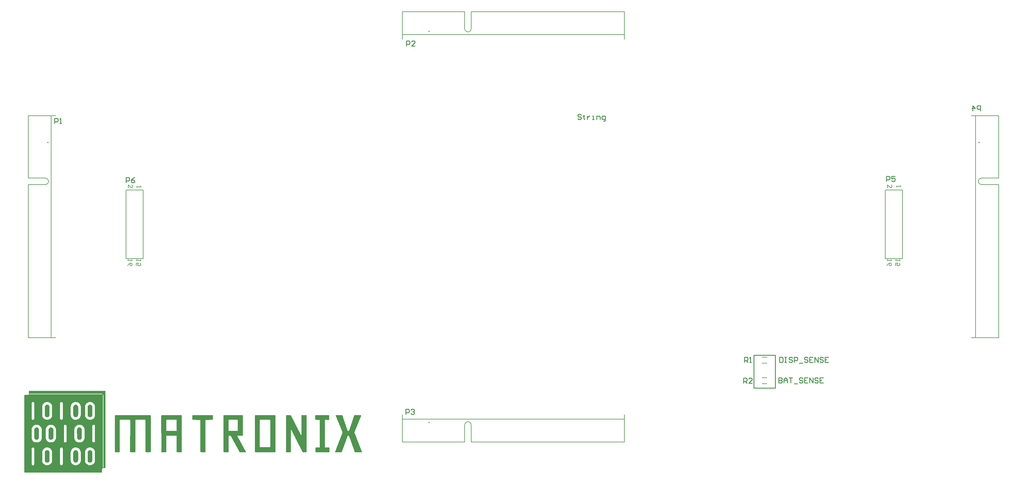
<source format=gto>
G04*
G04 #@! TF.GenerationSoftware,Altium Limited,Altium Designer,22.11.1 (43)*
G04*
G04 Layer_Color=65535*
%FSLAX25Y25*%
%MOIN*%
G70*
G04*
G04 #@! TF.SameCoordinates,4D6F9E16-F8D6-4E59-8BFB-CDB79C160039*
G04*
G04*
G04 #@! TF.FilePolarity,Positive*
G04*
G01*
G75*
%ADD10C,0.00787*%
%ADD11C,0.00500*%
%ADD12C,0.01000*%
%ADD13C,0.00800*%
G36*
X148973Y118517D02*
X149007Y29303D01*
X149041Y29202D01*
X149007Y28763D01*
X148973Y28661D01*
X148855Y28509D01*
X148416Y28543D01*
X148247Y28611D01*
X147808Y28644D01*
X147706Y28611D01*
X147115Y28627D01*
X146794Y28611D01*
X146693Y28644D01*
X146507Y28695D01*
X146372Y28763D01*
X146440Y28796D01*
X146473Y28898D01*
X146507Y28931D01*
X146423Y29016D01*
X146338Y29033D01*
X146152Y28982D01*
X146085Y28948D01*
X146068Y28931D01*
X146119Y28881D01*
X146237Y28864D01*
X146271Y28796D01*
X146338Y28763D01*
X146152Y28712D01*
X146051Y28678D01*
X145848Y28475D01*
X145612Y28340D01*
X145494Y28222D01*
X145460Y28155D01*
X145392Y28087D01*
X145291Y27850D01*
X145257Y27715D01*
X145223Y27479D01*
X145190Y23932D01*
X145021Y23628D01*
X144936Y23543D01*
X144767Y23476D01*
X144632Y23442D01*
X55013Y23476D01*
X54709Y23645D01*
X54658Y23696D01*
X54624Y23763D01*
X54557Y23932D01*
X54523Y24067D01*
X54506Y24422D01*
X54523Y113078D01*
X54489Y113180D01*
X54523Y113315D01*
X54557Y113653D01*
X54776Y113940D01*
X54945Y114007D01*
X55080Y114041D01*
X55520Y114075D01*
X57377Y114041D01*
X58796Y114075D01*
X58898Y114109D01*
X59117Y114193D01*
X59320Y114328D01*
X59725Y114734D01*
X59793Y114902D01*
X59759Y115105D01*
X59725Y115207D01*
X59692Y115342D01*
X59658Y115882D01*
X59675Y118534D01*
X88861D01*
X148973Y118517D01*
D02*
G37*
G36*
X201400Y90310D02*
X201670Y90209D01*
X201789Y90125D01*
X201839Y90074D01*
X201941Y89837D01*
X201974Y89500D01*
X201941Y87439D01*
X201958Y47696D01*
X201924Y47561D01*
X201755Y47291D01*
X201687Y47257D01*
X201518Y47190D01*
X201383Y47156D01*
X201045Y47122D01*
X197279Y47139D01*
X196485Y47122D01*
X196384Y47156D01*
X196249Y47190D01*
X196012Y47359D01*
X195961Y47409D01*
X195928Y47477D01*
X195860Y47646D01*
X195826Y48017D01*
X195860Y48119D01*
X195877Y84483D01*
X195809Y84652D01*
X195725Y84770D01*
X195674Y84821D01*
X195438Y84922D01*
X195201Y84956D01*
X184392Y84922D01*
X184206Y84770D01*
X184105Y84534D01*
X184071Y84297D01*
X184105Y84061D01*
X184071Y47477D01*
X183902Y47240D01*
X183851Y47190D01*
X183665Y47139D01*
X178446Y47122D01*
X178277Y47190D01*
X178109Y47291D01*
X177990Y47409D01*
X177956Y47477D01*
X177889Y47646D01*
X177855Y48017D01*
X177889Y48119D01*
X177906Y84483D01*
X177838Y84652D01*
X177754Y84770D01*
X177703Y84821D01*
X177534Y84889D01*
X177264Y84956D01*
X166218Y84922D01*
X165981Y84787D01*
X165863Y84669D01*
X165796Y84500D01*
X165829Y83149D01*
X165796Y47544D01*
X165627Y47308D01*
X165407Y47190D01*
X165272Y47156D01*
X164934Y47122D01*
X160509Y47156D01*
X160273Y47291D01*
X160222Y47342D01*
X160120Y47578D01*
X160087Y47916D01*
X160120Y89905D01*
X160256Y90141D01*
X160374Y90260D01*
X160610Y90327D01*
X160965Y90344D01*
X183243Y90327D01*
X183277D01*
X201028Y90344D01*
X201400Y90310D01*
D02*
G37*
G36*
X409656D02*
X409825Y90243D01*
X409876Y90192D01*
X409943Y90158D01*
X410028Y90040D01*
X410095Y89871D01*
X410129Y89635D01*
X410146Y85429D01*
X410112Y85294D01*
X410044Y85125D01*
X409994Y85074D01*
X409960Y85007D01*
X409740Y84889D01*
X409504Y84821D01*
X405501Y84838D01*
X405366Y84804D01*
X405180Y84686D01*
X405129Y84635D01*
X405096Y84568D01*
X405028Y84399D01*
X404994Y84061D01*
X405028Y53051D01*
X405163Y52814D01*
X405214Y52763D01*
X405248D01*
X405484Y52662D01*
X405788Y52628D01*
X405890Y52662D01*
X410112Y52628D01*
X410349Y52460D01*
X410399Y52409D01*
X410467Y52240D01*
X410501Y52105D01*
X410484Y51142D01*
X410501Y47713D01*
X410467Y47612D01*
X410433Y47477D01*
X410365Y47409D01*
X410332Y47342D01*
X410213Y47223D01*
X409977Y47156D01*
X409740Y47122D01*
X394573Y47156D01*
X394337Y47325D01*
X394218Y47612D01*
X394185Y47848D01*
X394218Y52274D01*
X394354Y52510D01*
X394438Y52595D01*
X394708Y52662D01*
X398542Y52645D01*
X398863Y52696D01*
X399083Y52848D01*
X399117Y52916D01*
X399218Y53152D01*
X399184Y84466D01*
X398998Y84720D01*
X398931Y84754D01*
X398762Y84821D01*
X398424Y84855D01*
X397782Y84821D01*
X394066Y84855D01*
X393830Y85024D01*
X393779Y85074D01*
X393712Y85243D01*
X393678Y85480D01*
X393712Y89905D01*
X393847Y90141D01*
X393965Y90260D01*
X394201Y90327D01*
X409453Y90344D01*
X409656Y90310D01*
D02*
G37*
G36*
X251615Y90327D02*
X273656Y90344D01*
X273994Y90310D01*
X274129Y90277D01*
X274298Y90209D01*
X274467Y90040D01*
X274535Y89804D01*
X274568Y89567D01*
X274535Y85243D01*
X274366Y85007D01*
X274315Y84956D01*
X274096Y84872D01*
X273960Y84838D01*
X266714Y84821D01*
X266613Y84855D01*
X266579D01*
X266073Y84821D01*
X265853Y84669D01*
X265819Y84601D01*
X265718Y84365D01*
X265684Y83926D01*
X265701Y47764D01*
X265667Y47561D01*
X265600Y47392D01*
X265431Y47223D01*
X265262Y47156D01*
X264721Y47122D01*
X260364Y47156D01*
X260262Y47190D01*
X260093Y47291D01*
X259975Y47409D01*
X259942Y47477D01*
X259908Y47578D01*
X259874Y47713D01*
X259891Y83841D01*
X259840Y84466D01*
X259671Y84703D01*
X259621Y84754D01*
X259452Y84821D01*
X259215Y84855D01*
X258371Y84821D01*
X250973Y84855D01*
X250669Y85024D01*
X250618Y85074D01*
X250584Y85142D01*
X250517Y85311D01*
X250483Y85446D01*
X250517Y87101D01*
X250500Y89685D01*
X250534Y89888D01*
X250584Y90006D01*
X250736Y90192D01*
X250804Y90226D01*
X250973Y90294D01*
X251108Y90327D01*
X251513Y90361D01*
X251615Y90327D01*
D02*
G37*
G36*
X440210D02*
X447169Y90294D01*
X447389Y90141D01*
X447456Y89973D01*
X447423Y89770D01*
X447220Y89331D01*
X447152Y89162D01*
X447051Y88925D01*
X446983Y88756D01*
X446747Y88317D01*
X446646Y88081D01*
X446578Y87844D01*
X446510Y87574D01*
X446409Y87236D01*
X446274Y86932D01*
X446139Y86696D01*
X445970Y86324D01*
X445784Y85801D01*
X445463Y85176D01*
X445396Y85007D01*
X445345Y84821D01*
X445210Y84281D01*
X445041Y83909D01*
X444889Y83656D01*
X444788Y83419D01*
X444602Y82896D01*
X444517Y82710D01*
X444484Y82642D01*
X444348Y82406D01*
X444247Y82169D01*
X444146Y81832D01*
X444112Y81696D01*
X444061Y81511D01*
X444028Y81375D01*
X443926Y81105D01*
X443639Y80582D01*
X443487Y80159D01*
X443386Y79889D01*
X443234Y79602D01*
X443031Y79163D01*
X442997Y79028D01*
X442930Y78791D01*
X442862Y78521D01*
X442778Y78301D01*
X442710Y78132D01*
X442423Y77609D01*
X442372Y77423D01*
X442305Y77254D01*
X442203Y76984D01*
X441950Y76494D01*
X441815Y76190D01*
X441747Y75954D01*
X441714Y75819D01*
X441663Y75633D01*
X441629Y75498D01*
X441494Y75160D01*
X441207Y74603D01*
X441139Y74434D01*
X440987Y74011D01*
X440920Y73842D01*
X440869Y73792D01*
X440633Y73285D01*
X440531Y72947D01*
X440481Y72761D01*
X440413Y72491D01*
X440329Y72272D01*
X440126Y71900D01*
X439991Y71596D01*
X439923Y71427D01*
X439771Y71005D01*
X439518Y70515D01*
X439484Y70380D01*
X439518Y69941D01*
X439653Y69704D01*
X439856Y69265D01*
X439923Y69029D01*
X440058Y68691D01*
X440092Y68623D01*
X440261Y68319D01*
X440362Y68083D01*
X440464Y67745D01*
X440497Y67610D01*
X440548Y67390D01*
X440582Y67255D01*
X440633Y67070D01*
X441038Y66225D01*
X441258Y65600D01*
X441410Y65313D01*
X441545Y65009D01*
X441612Y64840D01*
X441680Y64604D01*
X441730Y64384D01*
X441798Y64114D01*
X441899Y63843D01*
X442220Y63185D01*
X442288Y63016D01*
X442474Y62492D01*
X442727Y62002D01*
X442795Y61834D01*
X442862Y61597D01*
X442997Y61057D01*
X443116Y60736D01*
X443217Y60533D01*
X443335Y60313D01*
X443436Y60077D01*
X443656Y59452D01*
X444044Y58624D01*
X444095Y58405D01*
X444129Y58236D01*
X444197Y57966D01*
X444332Y57594D01*
X444484Y57307D01*
X444619Y57003D01*
X444686Y56834D01*
X444737Y56648D01*
X444872Y56310D01*
X444923Y56192D01*
X445193Y55618D01*
X445261Y55381D01*
X445328Y55111D01*
X445379Y54892D01*
X445480Y54621D01*
X445548Y54453D01*
X445733Y54098D01*
X445835Y53861D01*
X446021Y53338D01*
X446088Y53169D01*
X446342Y52679D01*
X446409Y52510D01*
X446460Y52324D01*
X446595Y51784D01*
X446730Y51412D01*
X446814Y51260D01*
X447017Y50821D01*
X447085Y50652D01*
X447203Y50331D01*
X447237Y50196D01*
X447524Y49639D01*
X447591Y49470D01*
X447726Y48997D01*
X447777Y48777D01*
X447912Y48406D01*
X447980Y48237D01*
X448031Y48186D01*
X448233Y47747D01*
X448267Y47511D01*
X448115Y47223D01*
X448047Y47190D01*
X447879Y47122D01*
X440278Y47156D01*
X440041Y47325D01*
X439889Y47612D01*
X439771Y47933D01*
X439704Y48102D01*
X439552Y48355D01*
X439467Y48575D01*
X439433Y48710D01*
X439383Y48896D01*
X439332Y49115D01*
X439298Y49250D01*
X439264Y49419D01*
X439197Y49689D01*
X439028Y50061D01*
X438808Y50551D01*
X438707Y50922D01*
X438623Y51142D01*
X438555Y51311D01*
X438505Y51429D01*
X438268Y51936D01*
X438201Y52172D01*
X438167Y52307D01*
X438116Y52527D01*
X438082Y52696D01*
X438032Y52882D01*
X437947Y53101D01*
X437880Y53270D01*
X437677Y53676D01*
X437525Y54165D01*
X437373Y54588D01*
X437119Y55145D01*
X437052Y55314D01*
X436984Y55550D01*
X436917Y55821D01*
X436866Y56040D01*
X436799Y56310D01*
X436697Y56581D01*
X436410Y57206D01*
X436343Y57375D01*
X436309Y57510D01*
X436241Y57746D01*
X436174Y57915D01*
X435870Y58557D01*
X435802Y58793D01*
X435701Y59199D01*
X435650Y59418D01*
X435616Y59553D01*
X435566Y59739D01*
X435262Y60381D01*
X435194Y60550D01*
X435093Y60888D01*
X434907Y61411D01*
X434687Y61834D01*
X434586Y62171D01*
X434552Y62306D01*
X434502Y62526D01*
X434468Y62695D01*
X434400Y62965D01*
X434299Y63235D01*
X434012Y63860D01*
X433877Y64333D01*
X433809Y64502D01*
X433471Y65245D01*
X433370Y65583D01*
X433319Y65803D01*
X433235Y66022D01*
X433083Y66208D01*
X432981Y66309D01*
X432846Y66343D01*
X432745Y66377D01*
X432509Y66411D01*
X431900Y66377D01*
X431664Y66208D01*
X431512Y65955D01*
X431394Y65634D01*
X431326Y65465D01*
X431039Y64840D01*
X430971Y64604D01*
X430938Y64468D01*
X430887Y64249D01*
X430853Y64080D01*
X430786Y63810D01*
X430684Y63539D01*
X430397Y62915D01*
X430296Y62577D01*
X430144Y62154D01*
X429823Y61462D01*
X429688Y60921D01*
X429637Y60702D01*
X429603Y60533D01*
X429519Y60313D01*
X429451Y60145D01*
X429215Y59638D01*
X429114Y59300D01*
X428945Y58827D01*
X428674Y58253D01*
X428607Y58084D01*
X428556Y57898D01*
X428455Y57391D01*
X428421Y57256D01*
X428370Y57070D01*
X428066Y56429D01*
X427898Y55888D01*
X427779Y55567D01*
X427712Y55398D01*
X427492Y54976D01*
X427424Y54807D01*
X427374Y54621D01*
X427340Y54486D01*
X427306Y54317D01*
X427273Y54182D01*
X427239Y54013D01*
X427188Y53828D01*
X427070Y53507D01*
X426884Y53152D01*
X426817Y52983D01*
X426681Y52544D01*
X426597Y52324D01*
X426580Y52307D01*
Y52274D01*
X426512Y52105D01*
X426479Y52037D01*
X426242Y51530D01*
X426141Y51193D01*
X426090Y50973D01*
X426056Y50804D01*
X425989Y50534D01*
X425854Y50162D01*
X425567Y49538D01*
X425499Y49301D01*
X425465Y49166D01*
X425347Y48845D01*
X425094Y48355D01*
X425026Y48186D01*
X424959Y47950D01*
X424908Y47730D01*
X424874Y47595D01*
X424705Y47325D01*
X424503Y47190D01*
X424030Y47122D01*
X417274Y47156D01*
X417037Y47291D01*
X416986Y47342D01*
X416919Y47511D01*
X416969Y47764D01*
X417240Y48507D01*
X417527Y49098D01*
X417594Y49267D01*
X417763Y49943D01*
X417915Y50365D01*
X418067Y50618D01*
X418101Y50686D01*
X418236Y50990D01*
X418456Y51615D01*
X418506Y51733D01*
X418777Y52307D01*
X418844Y52544D01*
X418895Y52763D01*
X418963Y53034D01*
X419098Y53405D01*
X419385Y53929D01*
X419419Y54064D01*
X419452Y54165D01*
X419638Y54689D01*
X419892Y55179D01*
X419959Y55348D01*
X420060Y55753D01*
X420111Y55973D01*
X420162Y56158D01*
X420246Y56378D01*
X420314Y56547D01*
X420567Y57037D01*
X420652Y57256D01*
X420702Y57442D01*
X420787Y57662D01*
X420854Y57831D01*
X421108Y58320D01*
X421175Y58489D01*
X421226Y58675D01*
X421293Y58945D01*
X421327Y59114D01*
X421479Y59536D01*
X421851Y60313D01*
X422037Y60837D01*
X422104Y61006D01*
X422256Y61293D01*
X422358Y61529D01*
X422391Y61665D01*
X422493Y62002D01*
X422543Y62188D01*
X422577Y62323D01*
X422712Y62695D01*
X422965Y63185D01*
X423033Y63354D01*
X423219Y63877D01*
X423286Y64046D01*
X423607Y64739D01*
X423658Y64958D01*
X423692Y65093D01*
X423726Y65262D01*
X423776Y65448D01*
X423861Y65668D01*
X423928Y65837D01*
X424215Y66360D01*
X424266Y66546D01*
X424351Y66833D01*
X424418Y67002D01*
X424756Y67711D01*
X424823Y67948D01*
X424959Y68488D01*
X425111Y68910D01*
X425161Y68961D01*
X425431Y69535D01*
X425567Y69975D01*
X425600Y70211D01*
X425567Y70583D01*
X425499Y70752D01*
X425381Y71072D01*
X425026Y71731D01*
X424959Y71900D01*
X424908Y72120D01*
X424874Y72255D01*
X424840Y72424D01*
X424790Y72609D01*
X424351Y73522D01*
X424317Y73657D01*
X424249Y73826D01*
X424165Y74045D01*
X424013Y74299D01*
X423979Y74366D01*
X423810Y74738D01*
X423675Y75210D01*
X423624Y75430D01*
X423523Y75700D01*
X423371Y75987D01*
X423168Y76427D01*
X422982Y76950D01*
X422628Y77609D01*
X422560Y77845D01*
X422459Y78251D01*
X422391Y78420D01*
X422358Y78555D01*
X422121Y78994D01*
X421986Y79298D01*
X421868Y79619D01*
X421766Y79889D01*
X421716Y79940D01*
X421378Y80649D01*
X421243Y81190D01*
X421091Y81612D01*
X420804Y82135D01*
X420652Y82558D01*
X420550Y82828D01*
X420263Y83352D01*
X420195Y83521D01*
X420128Y83757D01*
X420027Y84162D01*
X419959Y84331D01*
X419875Y84551D01*
X419655Y84973D01*
X419554Y85210D01*
X419368Y85733D01*
X419216Y86020D01*
X419081Y86223D01*
X419047Y86358D01*
X418979Y86527D01*
X418946Y86662D01*
X418878Y86898D01*
X418827Y87084D01*
X418692Y87456D01*
X418473Y87878D01*
X418338Y88216D01*
X418219Y88537D01*
X418152Y88706D01*
X418101Y88756D01*
X417763Y89466D01*
X417696Y89736D01*
X417730Y90074D01*
X417797Y90141D01*
X417814Y90192D01*
X417882Y90226D01*
X418118Y90327D01*
X418355Y90361D01*
X418895Y90327D01*
X425060Y90344D01*
X425195Y90310D01*
X425398Y90175D01*
X425465Y90108D01*
X425499Y90040D01*
X425904Y89196D01*
X426006Y88858D01*
X426040Y88723D01*
X426073Y88486D01*
X426141Y88216D01*
X426192Y87996D01*
X426225Y87861D01*
X426293Y87692D01*
X426546Y87135D01*
X426614Y86966D01*
X426681Y86730D01*
X426783Y86392D01*
X426901Y86071D01*
X427070Y85699D01*
X427120Y85547D01*
X427188Y85378D01*
X427239Y85159D01*
X427273Y85024D01*
X427340Y84686D01*
X427441Y84281D01*
X427543Y84010D01*
X427729Y83622D01*
X427796Y83453D01*
X427898Y83115D01*
X427931Y82980D01*
X428083Y82558D01*
X428201Y82271D01*
X428235Y82203D01*
X428337Y81967D01*
X428404Y81730D01*
X428472Y81460D01*
X428522Y81207D01*
X428556Y81004D01*
X428607Y80818D01*
X428725Y80497D01*
X428793Y80328D01*
X429012Y79838D01*
X429080Y79602D01*
X429114Y79467D01*
X429215Y79129D01*
X429316Y78893D01*
X429519Y78453D01*
X429620Y78116D01*
X429806Y77254D01*
X429840Y77119D01*
X429907Y76950D01*
X430093Y76562D01*
X430228Y76224D01*
X430279Y76038D01*
X430346Y75768D01*
X430482Y75396D01*
X430549Y75227D01*
X430735Y74805D01*
X430803Y74569D01*
X430853Y74349D01*
X430887Y74180D01*
X430921Y74045D01*
X430955Y73876D01*
X431022Y73606D01*
X431123Y73336D01*
X431191Y73167D01*
X431242Y73116D01*
X431276Y72981D01*
X431411Y72677D01*
X431444Y72542D01*
X431512Y72373D01*
X431681Y72069D01*
X431799Y71951D01*
X431968Y71883D01*
X432103Y71849D01*
X432812Y71883D01*
X433049Y72018D01*
X433201Y72170D01*
X433268Y72339D01*
X433319Y72525D01*
X433353Y72728D01*
X433454Y73099D01*
X433590Y73437D01*
X433843Y73994D01*
X433910Y74265D01*
X433978Y74501D01*
X434096Y74822D01*
X434214Y75075D01*
X434349Y75379D01*
X434417Y75616D01*
X434485Y75886D01*
X434535Y76173D01*
X434569Y76376D01*
X434637Y76646D01*
X434738Y76916D01*
X434991Y77474D01*
X435093Y77812D01*
X435160Y78048D01*
X435312Y78470D01*
X435498Y78859D01*
X435566Y79028D01*
X435599Y79163D01*
X435650Y79349D01*
X435684Y79551D01*
X435718Y79686D01*
X435785Y80024D01*
X435819Y80159D01*
X435920Y80430D01*
X435988Y80598D01*
X436174Y80987D01*
X436275Y81325D01*
X436309Y81460D01*
X436495Y81984D01*
X436663Y82355D01*
X436782Y82642D01*
X436883Y83048D01*
X436951Y83453D01*
X437018Y83723D01*
X437103Y83943D01*
X437170Y84112D01*
X437255Y84297D01*
X437390Y84601D01*
X437525Y85041D01*
X437559Y85176D01*
X437711Y85598D01*
X437964Y86155D01*
X438032Y86392D01*
X438065Y86527D01*
X438116Y86747D01*
X438150Y86949D01*
X438184Y87084D01*
X438217Y87253D01*
X438251Y87388D01*
X438386Y87726D01*
X438606Y88216D01*
X438673Y88385D01*
X438707Y88520D01*
X438808Y88892D01*
X438893Y89111D01*
X438961Y89280D01*
X439146Y89669D01*
X439214Y89837D01*
X439349Y90074D01*
X439535Y90260D01*
X439771Y90327D01*
X440109Y90361D01*
X440210Y90327D01*
D02*
G37*
G36*
X287861D02*
X308551Y90344D01*
X308856Y90310D01*
X308991Y90277D01*
X309159Y90209D01*
X309362Y90006D01*
X309430Y89736D01*
X309396Y66833D01*
X309295Y66664D01*
X309143Y66512D01*
X308974Y66444D01*
X308737Y66411D01*
X308197Y66377D01*
X308062Y66411D01*
X303552Y66428D01*
X303383Y66394D01*
X303265Y66343D01*
X303147Y66225D01*
X303079Y65988D01*
X303113Y65752D01*
X303282Y65448D01*
X303451Y65178D01*
X303552Y64941D01*
X303636Y64722D01*
X303788Y64435D01*
X304194Y63860D01*
X304329Y63556D01*
X304565Y63117D01*
X304734Y62746D01*
X304802Y62577D01*
X305005Y62205D01*
X305156Y62019D01*
X305292Y61817D01*
X305596Y61209D01*
X305883Y60685D01*
X305917Y60550D01*
X306052Y60246D01*
X306187Y60009D01*
X306339Y59824D01*
X306389Y59773D01*
X306423Y59705D01*
X306558Y59503D01*
X307166Y58253D01*
X307403Y57814D01*
X307741Y57341D01*
X307774Y57273D01*
X308011Y56766D01*
X308180Y56462D01*
X308383Y56023D01*
X308619Y55584D01*
X308686Y55517D01*
X308720Y55449D01*
X308788Y55381D01*
X308822Y55314D01*
X308889Y55246D01*
X309092Y54807D01*
X309565Y53828D01*
X309632Y53659D01*
X309801Y53355D01*
X309903Y53253D01*
X309936Y53186D01*
X310038Y53084D01*
X310071Y53017D01*
X310544Y52105D01*
X310747Y51666D01*
X310832Y51446D01*
X311034Y51108D01*
X311119Y50990D01*
X311186Y50922D01*
X311220Y50855D01*
X311355Y50652D01*
X311794Y49808D01*
X311963Y49436D01*
X312048Y49216D01*
X312217Y48946D01*
X312301Y48828D01*
X312369Y48761D01*
X312402Y48693D01*
X312470Y48625D01*
X312504Y48558D01*
X312740Y48119D01*
X312977Y47612D01*
X312943Y47376D01*
X312858Y47257D01*
X312689Y47190D01*
X312554Y47156D01*
X312014Y47122D01*
X305967Y47156D01*
X305663Y47325D01*
X305545Y47443D01*
X305511Y47511D01*
X305376Y47747D01*
X305207Y48051D01*
X305140Y48119D01*
X305106Y48186D01*
X305005Y48288D01*
X304971Y48355D01*
X304802Y48625D01*
X304768Y48761D01*
X304667Y48997D01*
X304464Y49369D01*
X304059Y50146D01*
X303991Y50213D01*
X303957Y50281D01*
X303890Y50348D01*
X303856Y50416D01*
X303788Y50483D01*
X303755Y50551D01*
X303586Y50922D01*
X303451Y51227D01*
X303214Y51666D01*
X302842Y52375D01*
X302741Y52476D01*
X302707Y52544D01*
X302640Y52612D01*
X302606Y52679D01*
X302538Y52747D01*
X302370Y53118D01*
X302285Y53338D01*
X302133Y53625D01*
X301998Y53828D01*
X301964Y53963D01*
X301762Y54334D01*
X301542Y54655D01*
X301289Y55010D01*
X301221Y55179D01*
X301120Y55415D01*
X300478Y56665D01*
X300241Y56969D01*
X300106Y57172D01*
X300005Y57408D01*
X299937Y57577D01*
X299329Y58827D01*
X299093Y59131D01*
X298856Y59469D01*
X298789Y59638D01*
X298704Y59857D01*
X298637Y60026D01*
X298502Y60229D01*
X298232Y60769D01*
X298012Y61158D01*
X297674Y61631D01*
X297539Y61935D01*
X297455Y62154D01*
X297303Y62441D01*
X296863Y63286D01*
X296711Y63472D01*
X296661Y63522D01*
X296627Y63590D01*
X296559Y63658D01*
X296526Y63725D01*
X296357Y64097D01*
X295647Y65482D01*
X295495Y65668D01*
X295411Y65786D01*
X295090Y66208D01*
X294989Y66309D01*
X294820Y66377D01*
X294685Y66411D01*
X293097Y66377D01*
X292860Y66208D01*
X292776Y66124D01*
X292675Y65786D01*
X292708Y61394D01*
Y56530D01*
Y56496D01*
X292742Y52105D01*
X292708Y47511D01*
X292523Y47257D01*
X292354Y47190D01*
X292219Y47156D01*
X291779Y47122D01*
X287219Y47156D01*
X286983Y47325D01*
X286864Y47544D01*
X286831Y47781D01*
X286864Y89939D01*
X287050Y90226D01*
X287287Y90327D01*
X287625Y90361D01*
X287861Y90327D01*
D02*
G37*
G36*
X365032Y90344D02*
X365201Y90277D01*
X365336Y90141D01*
X365370Y90074D01*
X365505Y89871D01*
X365539Y89736D01*
X365674Y89500D01*
X365809Y89297D01*
X365978Y88925D01*
X366046Y88756D01*
X366130Y88537D01*
X366198Y88368D01*
X366248Y88317D01*
X366282Y88250D01*
X366518Y87912D01*
X366552Y87844D01*
X366958Y87067D01*
X367194Y86561D01*
X367262Y86392D01*
X367566Y85818D01*
X367735Y85581D01*
X367768Y85514D01*
X368275Y84534D01*
X368376Y84297D01*
X368461Y84078D01*
X368562Y83808D01*
X368613Y83757D01*
X368748Y83521D01*
X368917Y83284D01*
X368951Y83217D01*
X369221Y82642D01*
X369255Y82575D01*
X369390Y82372D01*
X369559Y82000D01*
X369626Y81832D01*
X369728Y81561D01*
X369897Y81257D01*
X369964Y81190D01*
X369998Y81122D01*
X370133Y80919D01*
X370370Y80413D01*
X370403Y80345D01*
X370572Y80075D01*
X370606Y80007D01*
X370775Y79636D01*
X370842Y79467D01*
X370876Y79332D01*
X371079Y78960D01*
X371146Y78893D01*
X371180Y78825D01*
X371349Y78589D01*
X371450Y78352D01*
X371484Y78285D01*
X371788Y77710D01*
X372025Y77204D01*
X372109Y76984D01*
X372177Y76815D01*
X372227Y76764D01*
X372329Y76595D01*
X372548Y76275D01*
X372599Y76156D01*
X373038Y75312D01*
X373241Y74873D01*
X373393Y74450D01*
X373477Y74332D01*
X373714Y73994D01*
X373747Y73927D01*
X374187Y73082D01*
X374389Y72643D01*
X374474Y72424D01*
X374575Y72153D01*
X374626Y72103D01*
X374727Y71934D01*
X374964Y71596D01*
X375065Y71360D01*
X375335Y70853D01*
X375606Y70279D01*
X375690Y70059D01*
X375758Y69890D01*
X375960Y69552D01*
X376011Y69502D01*
X376045Y69434D01*
X376180Y69231D01*
X376281Y68995D01*
X376720Y68083D01*
X376805Y67863D01*
X376906Y67593D01*
X377041Y67390D01*
X377109Y67323D01*
X377311Y67255D01*
X377497Y67340D01*
X377531Y67407D01*
X377599Y67576D01*
X377632Y67813D01*
X377599Y71495D01*
X377632Y89905D01*
X377734Y90074D01*
X377818Y90192D01*
X377886Y90226D01*
X378054Y90294D01*
X378291Y90327D01*
X383037Y90344D01*
X383206Y90310D01*
X383375Y90243D01*
X383426Y90192D01*
X383493Y90158D01*
X383544Y90108D01*
X383578Y90040D01*
X383645Y89871D01*
X383679Y89736D01*
X383645Y47511D01*
X383578Y47443D01*
X383544Y47376D01*
X383392Y47223D01*
X383155Y47156D01*
X383020Y47122D01*
X379473Y47156D01*
X379102Y47359D01*
X378916Y47544D01*
X378882Y47612D01*
X378443Y48456D01*
X378375Y48524D01*
X378342Y48592D01*
X378274Y48659D01*
X378139Y48963D01*
X378054Y49183D01*
X377953Y49453D01*
X377531Y50281D01*
X377294Y50720D01*
X377126Y50956D01*
X377092Y51024D01*
X376957Y51227D01*
X376906Y51412D01*
X376821Y51632D01*
X376754Y51801D01*
X376078Y53118D01*
X375909Y53355D01*
X375673Y53861D01*
X375589Y54081D01*
X375521Y54250D01*
X375065Y55145D01*
X374829Y55584D01*
X374727Y55686D01*
X374693Y55753D01*
X374524Y56023D01*
X374474Y56209D01*
X374457Y56260D01*
Y56293D01*
X374389Y56462D01*
X373781Y57712D01*
X373494Y58135D01*
X373342Y58388D01*
X373291Y58574D01*
X373190Y58844D01*
X373106Y59030D01*
X372869Y59469D01*
X372599Y60043D01*
X372565Y60111D01*
X372396Y60347D01*
X372362Y60415D01*
X372194Y60651D01*
X372059Y60989D01*
X372025Y61124D01*
X371923Y61361D01*
X371890Y61428D01*
X371687Y61800D01*
X371214Y62712D01*
X371045Y62948D01*
X371011Y63016D01*
X370842Y63387D01*
X370724Y63708D01*
X370640Y63894D01*
X370606Y63962D01*
X370471Y64164D01*
X370302Y64536D01*
X369998Y65110D01*
X369930Y65178D01*
X369897Y65245D01*
X369829Y65313D01*
X369694Y65617D01*
X369576Y65938D01*
X369508Y66107D01*
X369153Y66799D01*
X369018Y67103D01*
X368849Y67407D01*
X368681Y67644D01*
X368647Y67711D01*
X368545Y67880D01*
X368478Y68049D01*
X368326Y68471D01*
X367937Y69198D01*
X367870Y69367D01*
X367633Y69806D01*
X367566Y69873D01*
X367532Y69941D01*
X367464Y70008D01*
X367262Y70447D01*
X367144Y70768D01*
X367093Y70887D01*
X366924Y71191D01*
X366654Y71765D01*
X366620Y71833D01*
X366350Y72339D01*
X366181Y72609D01*
X366147Y72745D01*
X366046Y72981D01*
X365877Y73285D01*
X365826Y73336D01*
X365657Y73302D01*
X365539Y73184D01*
X365471Y72947D01*
X365438Y72711D01*
X365471Y68927D01*
X365438Y47511D01*
X365302Y47274D01*
X365218Y47190D01*
X364982Y47122D01*
X364846Y47088D01*
X364407Y47122D01*
X364272Y47156D01*
X363934Y47122D01*
X360219Y47156D01*
X359914Y47325D01*
X359763Y47477D01*
X359695Y47747D01*
X359712Y48473D01*
X359695Y89736D01*
X359729Y89837D01*
X359763Y89973D01*
X359914Y90158D01*
X359982Y90226D01*
X360151Y90294D01*
X360421Y90361D01*
X364897Y90378D01*
X365032Y90344D01*
D02*
G37*
G36*
X325087Y90327D02*
X346943Y90294D01*
X347179Y90125D01*
X347230Y90074D01*
X347298Y89905D01*
X347331Y89770D01*
X347298Y47511D01*
X347146Y47291D01*
X347078Y47257D01*
X346842Y47156D01*
X346301Y47122D01*
X324563Y47139D01*
X324124Y47105D01*
X324006Y47088D01*
X323905Y47122D01*
X323702Y47156D01*
X323634Y47223D01*
X323567Y47257D01*
X323482Y47342D01*
X323415Y47511D01*
X323381Y47646D01*
Y73454D01*
Y73488D01*
X323415Y89973D01*
X323584Y90209D01*
X323668Y90294D01*
X323938Y90361D01*
X325087Y90327D01*
D02*
G37*
G36*
X237849Y90310D02*
X238035Y90192D01*
X238119Y90108D01*
X238187Y89939D01*
X238221Y89702D01*
X238187Y47477D01*
X238035Y47257D01*
X237967Y47223D01*
X237731Y47122D01*
X236734Y47139D01*
X232664Y47122D01*
X232360Y47291D01*
X232309Y47342D01*
X232208Y47578D01*
X232174Y48119D01*
X232208Y48558D01*
Y58895D01*
Y58928D01*
X232174Y65988D01*
X232039Y66225D01*
X231921Y66343D01*
X231752Y66411D01*
X231448Y66444D01*
X231346Y66411D01*
X220402Y66377D01*
X220165Y66208D01*
X220047Y65921D01*
X220013Y65684D01*
X220030Y64958D01*
X220013Y48456D01*
X220047Y48355D01*
X220013Y47578D01*
X219878Y47342D01*
X219760Y47223D01*
X219523Y47156D01*
X218983Y47122D01*
X214659Y47156D01*
X214422Y47291D01*
X214304Y47409D01*
X214237Y47646D01*
X214203Y47882D01*
X214237Y48727D01*
X214220Y89685D01*
X214270Y89973D01*
X214439Y90209D01*
X214625Y90294D01*
X214862Y90327D01*
X237714Y90344D01*
X237849Y90310D01*
D02*
G37*
%LPC*%
G36*
X144497Y115460D02*
X60756Y115426D01*
X60384Y115257D01*
X60283Y115223D01*
X60198Y115139D01*
X60164Y115071D01*
X60131Y114970D01*
X60249Y114750D01*
X60384Y114717D01*
X114027D01*
X144953Y114700D01*
X145223Y114734D01*
X145392Y114767D01*
X145510Y114818D01*
X145561Y114869D01*
X145527Y115105D01*
X145308Y115223D01*
X145173Y115257D01*
X144801Y115291D01*
X144734Y115358D01*
X144497Y115460D01*
D02*
G37*
G36*
X146321Y114210D02*
X146152Y114142D01*
X146085Y114176D01*
X146000Y114092D01*
X145966Y113788D01*
X146000Y113686D01*
X146034Y113382D01*
X146000Y113281D01*
Y105883D01*
Y105849D01*
X146017Y29860D01*
X146000Y29539D01*
X146102Y29371D01*
X146237Y29337D01*
X146355Y29286D01*
X146541Y29438D01*
X146608Y29506D01*
X146642Y29641D01*
X146608Y30080D01*
X146575Y113619D01*
X146473Y113855D01*
X146440Y114193D01*
X146321Y114210D01*
D02*
G37*
G36*
X64674Y105697D02*
X64353Y105680D01*
X64134Y105697D01*
X63948Y105545D01*
X63914Y105478D01*
X63796Y105326D01*
X63390Y105292D01*
X63306Y105208D01*
X63272Y105072D01*
X63222Y104751D01*
X63086Y104616D01*
X63019Y104583D01*
X62934Y104498D01*
X62901Y104262D01*
X62934Y103924D01*
X62918Y86274D01*
X62934Y86122D01*
X62951Y86105D01*
X63069Y85919D01*
X63238Y85750D01*
X63272Y85615D01*
X63306Y85277D01*
X63390Y85193D01*
X63863Y85159D01*
X64049Y84872D01*
X64184Y84838D01*
X64201Y84821D01*
X64302Y84855D01*
X64725Y84838D01*
X64860Y84905D01*
X64894Y84973D01*
X65012Y85159D01*
X65147Y85193D01*
X65519Y85226D01*
X65603Y85412D01*
X65637Y85716D01*
X65873Y85953D01*
X65975Y86189D01*
X66008Y86324D01*
X65975Y86865D01*
X65991Y104414D01*
X65890Y104583D01*
X65823Y104616D01*
X65671Y104768D01*
X65637Y105005D01*
X65586Y105191D01*
X65485Y105292D01*
X65350Y105326D01*
X65079Y105359D01*
X64927Y105511D01*
X64894Y105579D01*
X64809Y105664D01*
X64674Y105697D01*
D02*
G37*
G36*
X131863D02*
X131019Y105664D01*
X130022Y105680D01*
X129853Y105613D01*
X129617Y105309D01*
X129330Y105292D01*
X129228Y105326D01*
X129093Y105359D01*
X128958Y105326D01*
X128891Y105292D01*
X128806Y105208D01*
X128772Y105140D01*
X128654Y104988D01*
X128249Y104954D01*
X128063Y104768D01*
X128029Y104701D01*
X127877Y104650D01*
X127607Y104616D01*
X127387Y104464D01*
X127354Y104397D01*
X127303Y104346D01*
X127235Y104312D01*
X126796Y103873D01*
X126729Y103839D01*
X126492Y103603D01*
X126425Y103569D01*
X126340Y103485D01*
X126323Y103366D01*
X126340Y103113D01*
X125918Y102691D01*
X125850Y102657D01*
X125664Y102471D01*
X125631Y102336D01*
X125597Y102066D01*
X125529Y101998D01*
X125513Y101948D01*
X125445Y101914D01*
X125361Y101829D01*
X125327Y101762D01*
X125259Y101593D01*
Y93047D01*
Y93013D01*
X125293Y88824D01*
X125377Y88740D01*
X125546Y88638D01*
X125597Y88587D01*
X125631Y88452D01*
X125597Y88317D01*
X125631Y88148D01*
X125681Y88098D01*
X125749Y88064D01*
X125935Y87912D01*
X125969Y87844D01*
X126053Y87760D01*
X126121Y87726D01*
X126273Y87608D01*
X126306Y87473D01*
X126340Y87169D01*
X126577Y86932D01*
X126610Y86865D01*
X126661Y86814D01*
X126729Y86780D01*
X126914Y86594D01*
X126948Y86527D01*
X126999Y86476D01*
X127066Y86443D01*
X127218Y86291D01*
X127252Y86223D01*
X127303Y86172D01*
X127371Y86138D01*
X127573Y85936D01*
X127708Y85902D01*
X128012Y85868D01*
X128097Y85784D01*
X128130Y85716D01*
X128249Y85564D01*
X128384Y85530D01*
X128603Y85547D01*
X128722Y85497D01*
X128772Y85446D01*
X128891Y85226D01*
X129127Y85159D01*
X129228Y85193D01*
X129465Y85226D01*
X129634Y85193D01*
X129752Y85108D01*
X129786Y85041D01*
X129904Y84889D01*
X130039Y84855D01*
X132066Y84889D01*
X132252Y85041D01*
X132370Y85159D01*
X132606Y85226D01*
X133046Y85193D01*
X133214Y85294D01*
X133333Y85412D01*
X133367Y85480D01*
X133417Y85530D01*
X133552Y85564D01*
X133890Y85598D01*
X134076Y85885D01*
X134228Y85936D01*
X134329Y85902D01*
X134532Y85936D01*
X134582Y85987D01*
X134616Y86054D01*
X134920Y86358D01*
X134954Y86426D01*
X136001Y87473D01*
X136035Y87608D01*
X136069Y87912D01*
X136187Y88030D01*
X136255Y88064D01*
X136373Y88148D01*
X136407Y88283D01*
X136373Y88520D01*
X136457Y88638D01*
X136525Y88672D01*
X136711Y88824D01*
X136778Y88993D01*
X136744Y89331D01*
X136761Y101542D01*
X136728Y101677D01*
X136559Y101948D01*
X136407Y102066D01*
X136373Y102201D01*
X136339Y102505D01*
X136221Y102623D01*
X136153Y102657D01*
X136035Y102742D01*
X136001Y102877D01*
X136035Y103113D01*
X135917Y103265D01*
X135849Y103299D01*
X135663Y103451D01*
X135545Y103603D01*
X135478Y103637D01*
X135106Y104008D01*
X135039Y104042D01*
X134954Y104160D01*
X134802Y104312D01*
X134735Y104346D01*
X134684Y104397D01*
X134650Y104464D01*
X134532Y104616D01*
X134093Y104650D01*
X134008Y104735D01*
X133907Y104903D01*
X133704Y105072D01*
X133552Y105292D01*
X133417Y105326D01*
X132488Y105309D01*
X132370Y105393D01*
X132319Y105444D01*
X132285Y105511D01*
X132235Y105562D01*
X132167Y105596D01*
X131998Y105664D01*
X131863Y105697D01*
D02*
G37*
G36*
X115277D02*
X114534Y105664D01*
X113368Y105680D01*
X113318Y105630D01*
X113267Y105613D01*
X113233Y105545D01*
X113048Y105359D01*
X112912Y105326D01*
X112811Y105292D01*
X112710Y105326D01*
X112304Y105292D01*
X112119Y105140D01*
X112034Y105055D01*
X111865Y104988D01*
X111730Y104954D01*
X111544Y104903D01*
X111342Y104735D01*
X111257Y104650D01*
X111122Y104616D01*
X110818Y104583D01*
X110666Y104430D01*
X110632Y104363D01*
X110514Y104245D01*
X110447Y104211D01*
X110328Y104093D01*
X110294Y104025D01*
X110210Y103941D01*
X110143Y103907D01*
X109957Y103721D01*
X109940Y103671D01*
X109872Y103637D01*
X109686Y103485D01*
X109653Y103046D01*
X109602Y102995D01*
X109534Y102961D01*
X109382Y102843D01*
X109349Y102775D01*
X109281Y102708D01*
X109264Y102657D01*
X109197Y102623D01*
X109045Y102505D01*
X109011Y102370D01*
X108977Y101694D01*
X108741Y101458D01*
X108673Y101221D01*
X108639Y100276D01*
X108521Y100124D01*
X108453Y100090D01*
X108369Y100005D01*
X108335Y99870D01*
X108369Y90547D01*
X108437Y90479D01*
X108453Y90429D01*
X108521Y90395D01*
X108673Y90243D01*
X108707Y90006D01*
X108673Y89871D01*
X108707Y89128D01*
X108757Y89077D01*
X108926Y88976D01*
X109011Y88892D01*
X109045Y88655D01*
X109011Y88554D01*
X108977Y88317D01*
X109045Y88148D01*
X109163Y88030D01*
X109230Y87996D01*
X109315Y87912D01*
X109349Y87844D01*
X109501Y87692D01*
X109568Y87659D01*
X109653Y87574D01*
X109686Y87169D01*
X109737Y87084D01*
X109805Y87050D01*
X109991Y86865D01*
X110024Y86797D01*
X110109Y86713D01*
X110176Y86679D01*
X110294Y86561D01*
X110328Y86493D01*
X110480Y86341D01*
X110548Y86307D01*
X110599Y86257D01*
X110632Y86189D01*
X110750Y86037D01*
X110919Y85970D01*
X111055Y85936D01*
X111274Y85851D01*
X111325Y85801D01*
X111392Y85767D01*
X111629Y85598D01*
X111798Y85530D01*
X112051Y85480D01*
X112169Y85395D01*
X112220Y85345D01*
X112254Y85277D01*
X112304Y85226D01*
X112440Y85193D01*
X112541Y85159D01*
X112642Y85193D01*
X112946Y85226D01*
X113166Y85108D01*
X113200Y85041D01*
X113352Y84855D01*
X113487Y84821D01*
X113824Y84855D01*
X115328Y84838D01*
X115446Y84889D01*
X115497Y84939D01*
X115530Y85007D01*
X115615Y85125D01*
X115784Y85193D01*
X115970Y85210D01*
X116392Y85193D01*
X116578Y85345D01*
X116662Y85429D01*
X116730Y85463D01*
X116899Y85530D01*
X117034Y85564D01*
X117338Y85733D01*
X117405Y85801D01*
X117473Y85834D01*
X117540Y85902D01*
X117675Y85936D01*
X117912Y85970D01*
X118064Y86088D01*
X118098Y86155D01*
X118165Y86223D01*
X118199Y86291D01*
X118250Y86341D01*
X118317Y86375D01*
X118436Y86493D01*
X118469Y86561D01*
X118807Y86898D01*
X118841Y86966D01*
X118892Y87017D01*
X118959Y87050D01*
X119077Y87169D01*
X119111Y87236D01*
X119263Y87388D01*
X119331Y87422D01*
X119415Y87642D01*
X119449Y87946D01*
X119500Y87996D01*
X119567Y88030D01*
X119719Y88148D01*
X119753Y88385D01*
X119719Y88824D01*
X119820Y88993D01*
X120006Y89111D01*
X120057Y89162D01*
X120091Y89297D01*
X120057Y89871D01*
X120141Y89989D01*
X120209Y90023D01*
X120361Y90141D01*
X120429Y90412D01*
X120412Y91037D01*
X120429Y99938D01*
X120395Y100039D01*
X120429Y100478D01*
X120378Y100664D01*
X120243Y100867D01*
X120125Y100985D01*
X120057Y101154D01*
X120023Y101424D01*
X119871Y101610D01*
X119804Y101644D01*
X119753Y101694D01*
X119719Y101829D01*
X119736Y102387D01*
X119702Y102488D01*
X119685Y102505D01*
X119567Y102623D01*
X119415Y102708D01*
X119381Y102843D01*
X119348Y103215D01*
X119162Y103333D01*
X119044Y103451D01*
X119010Y103518D01*
X118925Y103603D01*
X118858Y103637D01*
X118740Y103755D01*
X118706Y103823D01*
X118588Y103941D01*
X118520Y103974D01*
X118402Y104093D01*
X118368Y104160D01*
X118283Y104245D01*
X118216Y104279D01*
X118064Y104430D01*
X118030Y104498D01*
X117912Y104616D01*
X117507Y104650D01*
X117355Y104802D01*
X117338Y104853D01*
X117270Y104887D01*
X117203Y104954D01*
X117152Y104971D01*
X117118Y105039D01*
X117017Y105140D01*
X117000Y105191D01*
X116932Y105224D01*
X116696Y105326D01*
X115970Y105309D01*
X115801Y105343D01*
X115615Y105461D01*
X115412Y105664D01*
X115277Y105697D01*
D02*
G37*
G36*
X81868D02*
X81226Y105664D01*
X80095Y105680D01*
X79926Y105613D01*
X79858Y105545D01*
X79825Y105478D01*
X79706Y105326D01*
X79571Y105292D01*
X79267Y105326D01*
X79166Y105359D01*
X78980Y105309D01*
X78845Y105174D01*
X78744Y105005D01*
X78558Y104954D01*
X78456Y104988D01*
X78288Y104954D01*
X78203Y104870D01*
X78169Y104802D01*
X78085Y104684D01*
X77950Y104650D01*
X77629Y104599D01*
X77578Y104549D01*
X77511Y104515D01*
X77460Y104464D01*
X77426Y104397D01*
X77376Y104346D01*
X77308Y104312D01*
X76734Y103738D01*
X76666Y103704D01*
X76261Y103299D01*
X76193Y103265D01*
X76075Y103181D01*
X76041Y103046D01*
X76007Y102708D01*
X75771Y102539D01*
X75703Y102370D01*
X75670Y102066D01*
X75399Y101796D01*
X75332Y101559D01*
Y89770D01*
Y89736D01*
X75366Y88824D01*
X75450Y88740D01*
X75518Y88706D01*
X75822Y88402D01*
X75889Y88368D01*
X76041Y88216D01*
X76075Y87980D01*
X76041Y87878D01*
X76007Y87743D01*
X76041Y87507D01*
X76159Y87388D01*
X76227Y87355D01*
X76278Y87304D01*
X76311Y87236D01*
X76463Y87084D01*
X76531Y87050D01*
X76649Y86932D01*
X76683Y86865D01*
X76767Y86780D01*
X76835Y86747D01*
X76953Y86628D01*
X76987Y86561D01*
X77038Y86510D01*
X77105Y86476D01*
X77291Y86291D01*
X77325Y86223D01*
X77376Y86172D01*
X77443Y86138D01*
X77680Y85902D01*
X78085Y85868D01*
X78169Y85784D01*
X78203Y85716D01*
X78355Y85530D01*
X78710Y85547D01*
X78845Y85412D01*
X78879Y85345D01*
X78997Y85193D01*
X79216Y85176D01*
X79385Y85210D01*
X79639Y85226D01*
X79825Y85074D01*
X79892Y85007D01*
X79926Y84939D01*
X79977Y84889D01*
X80112Y84855D01*
X82139Y84889D01*
X82324Y85041D01*
X82443Y85159D01*
X82612Y85226D01*
X83152Y85193D01*
X83338Y85345D01*
X83490Y85530D01*
X83591Y85564D01*
X83929Y85598D01*
X84013Y85682D01*
X84115Y85851D01*
X84165Y85902D01*
X84571Y85936D01*
X84723Y86088D01*
X84756Y86155D01*
X84841Y86240D01*
X84908Y86274D01*
X84993Y86392D01*
X85669Y87067D01*
X85736Y87236D01*
X85770Y87473D01*
X85804Y87574D01*
X85989Y87760D01*
X86057Y87794D01*
X86361Y88098D01*
X86429Y88131D01*
X86479Y88283D01*
X86445Y88520D01*
X86530Y88638D01*
X86598Y88672D01*
X86783Y88824D01*
X86851Y88993D01*
X86817Y89432D01*
X86834Y101576D01*
X86766Y101745D01*
X86682Y101863D01*
X86479Y102066D01*
X86445Y102201D01*
X86412Y102505D01*
X86294Y102623D01*
X86226Y102657D01*
X86108Y102742D01*
X86074Y102877D01*
X86091Y103096D01*
X86040Y103215D01*
X85989Y103265D01*
X85922Y103299D01*
X85736Y103451D01*
X85669Y103518D01*
X85652Y103569D01*
X85584Y103603D01*
X85179Y104008D01*
X85111Y104042D01*
X85061Y104093D01*
X85027Y104160D01*
X84875Y104312D01*
X84807Y104346D01*
X84723Y104430D01*
X84689Y104498D01*
X84638Y104583D01*
X84503Y104616D01*
X84165Y104650D01*
X84047Y104768D01*
X83946Y104937D01*
X83794Y104988D01*
X83692Y104954D01*
X83490Y104988D01*
X83439Y105039D01*
X83405Y105106D01*
X83253Y105292D01*
X83118Y105326D01*
X82561Y105309D01*
X82443Y105393D01*
X82358Y105478D01*
X82324Y105545D01*
X82105Y105664D01*
X81868Y105697D01*
D02*
G37*
G36*
X97813D02*
X97407Y105664D01*
X97238Y105495D01*
X97171Y105461D01*
X97103Y105393D01*
X96867Y105326D01*
X96647Y105241D01*
X96546Y105174D01*
X96512Y105039D01*
X96478Y104768D01*
X96360Y104616D01*
X96293Y104583D01*
X96140Y104464D01*
X96107Y104262D01*
X96140Y104160D01*
X96174Y103924D01*
X96140Y103687D01*
Y100917D01*
Y100884D01*
X96157Y86611D01*
X96140Y86189D01*
X96377Y85885D01*
X96512Y85682D01*
X96546Y85547D01*
X96580Y85345D01*
X96698Y85226D01*
X96934Y85193D01*
X97070Y85159D01*
X97238Y85057D01*
X97289Y85007D01*
X97323Y84939D01*
X97373Y84889D01*
X97542Y84821D01*
X98150Y84889D01*
X98269Y85007D01*
X98302Y85074D01*
X98421Y85193D01*
X98590Y85226D01*
X98691Y85193D01*
X98826Y85226D01*
X98910Y85311D01*
X98944Y85547D01*
X98995Y85767D01*
X99046Y85818D01*
X99079Y85885D01*
X99248Y86054D01*
X99282Y86291D01*
X99299Y104380D01*
X99231Y104549D01*
X99164Y104616D01*
X99012Y104701D01*
X98978Y104836D01*
X98944Y105174D01*
X98860Y105292D01*
X98725Y105326D01*
X98488Y105292D01*
X98336Y105410D01*
X98235Y105579D01*
X98150Y105664D01*
X97813Y105697D01*
D02*
G37*
G36*
X102913Y78977D02*
X101157Y78943D01*
X100971Y78791D01*
X100937Y78724D01*
X100887Y78673D01*
X100819Y78639D01*
X100667Y78521D01*
X100633Y78386D01*
X100667Y77744D01*
Y69400D01*
Y69367D01*
X100650Y59047D01*
X100751Y58912D01*
X100819Y58878D01*
X100971Y58759D01*
X101005Y58692D01*
X101089Y58608D01*
X101326Y58540D01*
X103049Y58574D01*
X103099Y58624D01*
X103133Y58692D01*
X103251Y58844D01*
X103319Y58878D01*
X103471Y58996D01*
X103505Y59435D01*
X103589Y59520D01*
X103657Y59553D01*
X103775Y59638D01*
X103809Y59773D01*
X103775Y77879D01*
X103724Y77930D01*
X103657Y77964D01*
X103505Y78082D01*
X103471Y78217D01*
X103437Y78555D01*
X103386Y78605D01*
X103319Y78639D01*
X103167Y78758D01*
X103133Y78825D01*
X103082Y78909D01*
X103015Y78943D01*
X102913Y78977D01*
D02*
G37*
G36*
X134549Y78994D02*
X134380Y78926D01*
X134211Y78690D01*
X134160Y78639D01*
X134008Y78555D01*
X133975Y78420D01*
X133941Y78082D01*
X133823Y77964D01*
X133704Y77913D01*
X133637Y77744D01*
X133670Y59672D01*
X133721Y59587D01*
X133789Y59553D01*
X133975Y59401D01*
X134008Y59334D01*
X134160Y59182D01*
X134228Y59148D01*
X134312Y59064D01*
X134346Y58624D01*
X134431Y58540D01*
X134650Y58523D01*
X136170Y58557D01*
X136288Y58608D01*
X136491Y58810D01*
X136559Y58844D01*
X136744Y59030D01*
X136778Y59165D01*
X136744Y59503D01*
X136761Y78436D01*
X136677Y78555D01*
X136525Y78707D01*
X136457Y78741D01*
X136255Y78943D01*
X136018Y78977D01*
X135478D01*
X134549Y78994D01*
D02*
G37*
G36*
X120513Y78977D02*
X116797Y78943D01*
X116611Y78791D01*
X116527Y78707D01*
X116257Y78639D01*
X116037Y78589D01*
X115987Y78538D01*
X115936Y78521D01*
X115902Y78453D01*
X115818Y78369D01*
X115581Y78301D01*
X115345Y78268D01*
X115260Y78217D01*
X115226Y78149D01*
X115159Y78082D01*
X115142Y78031D01*
X115074Y77997D01*
X114517Y77440D01*
X114483Y77372D01*
X114433Y77322D01*
X114365Y77288D01*
X114247Y77170D01*
X114213Y77102D01*
X114061Y76950D01*
X113993Y76916D01*
X113943Y76866D01*
X113909Y76731D01*
X113875Y76494D01*
X113740Y76258D01*
X113301Y75819D01*
X113267Y75751D01*
X113200Y75582D01*
X113166Y74231D01*
X113081Y74146D01*
X112912Y74045D01*
X112862Y73994D01*
X112828Y73758D01*
X112862Y73623D01*
X112845Y63607D01*
X112896Y63489D01*
X112980Y63404D01*
X113149Y63303D01*
X113200Y63151D01*
X113233Y61800D01*
X113301Y61732D01*
X113335Y61665D01*
X113808Y61192D01*
X113875Y61023D01*
X113926Y60702D01*
X114010Y60584D01*
X114213Y60415D01*
X114365Y60229D01*
X114517Y60111D01*
X114551Y60043D01*
X115108Y59486D01*
X115159Y59469D01*
X115193Y59401D01*
X115260Y59334D01*
X115277Y59283D01*
X115446Y59215D01*
X115750Y59182D01*
X115936Y59030D01*
X115953Y58979D01*
X116020Y58945D01*
X116189Y58878D01*
X116831Y58844D01*
X117017Y58692D01*
X117135Y58574D01*
X117270Y58540D01*
X120429Y58523D01*
X120598Y58557D01*
X120766Y58692D01*
X120800Y58759D01*
X120986Y58844D01*
X121256Y58878D01*
X121493Y59047D01*
X121594Y59148D01*
X121983Y59232D01*
X122168Y59351D01*
X122439Y59621D01*
X122489Y59638D01*
X122523Y59705D01*
X122624Y59807D01*
X122641Y59824D01*
X122742Y59925D01*
X122810Y59959D01*
X122861Y60009D01*
X122895Y60077D01*
X123114Y60296D01*
X123165Y60313D01*
X123199Y60381D01*
X123536Y60719D01*
X123570Y60854D01*
X123621Y61073D01*
X123688Y61242D01*
X124009Y61563D01*
X124043Y61631D01*
X124212Y61800D01*
X124279Y62070D01*
X124246Y62509D01*
X124279Y62915D01*
X124364Y63033D01*
X124533Y63134D01*
X124584Y63185D01*
X124617Y63421D01*
X124584Y63556D01*
X124601Y74248D01*
X124550Y74366D01*
X124499Y74417D01*
X124432Y74450D01*
X124313Y74535D01*
X124246Y74704D01*
X124263Y75531D01*
X124229Y75667D01*
X124144Y75785D01*
X124009Y75920D01*
X123976Y75987D01*
X123671Y76292D01*
X123604Y76528D01*
X123536Y76798D01*
X123165Y77170D01*
X123148Y77220D01*
X123080Y77254D01*
X122861Y77474D01*
X122827Y77541D01*
X122776Y77592D01*
X122709Y77626D01*
X122489Y77845D01*
X122472Y77896D01*
X122405Y77930D01*
X122101Y78234D01*
X121932Y78301D01*
X121577Y78386D01*
X121391Y78572D01*
X121222Y78639D01*
X120935Y78690D01*
X120817Y78741D01*
X120766Y78791D01*
X120733Y78859D01*
X120648Y78943D01*
X120513Y78977D01*
D02*
G37*
G36*
X70586D02*
X66870Y78943D01*
X66684Y78791D01*
X66600Y78707D01*
X66329Y78639D01*
X66127Y78605D01*
X66059Y78538D01*
X66008Y78521D01*
X65975Y78453D01*
X65890Y78369D01*
X65654Y78301D01*
X65417Y78268D01*
X65299Y78183D01*
X65265Y78116D01*
X65046Y77896D01*
X64995Y77879D01*
X64961Y77812D01*
X64286Y77136D01*
X64252Y77068D01*
X64134Y76950D01*
X64066Y76916D01*
X64015Y76866D01*
X63948Y76629D01*
X63897Y76376D01*
X63846Y76325D01*
X63813Y76258D01*
X63644Y76089D01*
X63610Y75852D01*
X63576Y75717D01*
X63475Y75548D01*
X63306Y75379D01*
X63272Y75244D01*
X63238Y75008D01*
X63137Y74839D01*
X63086Y74788D01*
X63019Y74755D01*
X62934Y74670D01*
X62901Y74434D01*
X62934Y74096D01*
X62918Y62931D01*
X62934Y62915D01*
X62968Y62813D01*
X63053Y62729D01*
X63120Y62695D01*
X63205Y62611D01*
X63238Y62475D01*
X63289Y62188D01*
X63374Y62070D01*
X63542Y61901D01*
X63610Y61631D01*
X63644Y61428D01*
X63846Y61225D01*
X63914Y61057D01*
X63948Y60921D01*
X63982Y60719D01*
X64100Y60567D01*
X64167Y60533D01*
X64286Y60415D01*
X64319Y60347D01*
X64995Y59672D01*
X65012Y59621D01*
X65079Y59587D01*
X65299Y59368D01*
X65333Y59300D01*
X65519Y59215D01*
X65823Y59182D01*
X66008Y59030D01*
X66025Y58979D01*
X66093Y58945D01*
X66262Y58878D01*
X66532Y58844D01*
X66718Y58692D01*
X66836Y58574D01*
X67072Y58540D01*
X70467Y58523D01*
X70670Y58557D01*
X70788Y58641D01*
X70839Y58692D01*
X70873Y58759D01*
X71059Y58844D01*
X71346Y58895D01*
X71531Y59013D01*
X71633Y59114D01*
X71802Y59182D01*
X72156Y59266D01*
X72511Y59621D01*
X72562Y59638D01*
X72596Y59705D01*
X72849Y59959D01*
X72900Y59976D01*
X72933Y60043D01*
X73575Y60685D01*
X73643Y60854D01*
X73693Y61107D01*
X73744Y61225D01*
X74014Y61496D01*
X74048Y61563D01*
X74285Y61800D01*
X74318Y61935D01*
X74352Y62577D01*
X74437Y62695D01*
X74504Y62729D01*
X74589Y62779D01*
X74622Y62847D01*
X74656Y62948D01*
X74622Y74670D01*
X74470Y74822D01*
X74403Y74856D01*
X74318Y75042D01*
X74285Y75717D01*
X74014Y75987D01*
X73981Y76055D01*
X73710Y76325D01*
X73660Y76545D01*
X73626Y76714D01*
X73508Y76899D01*
X72900Y77508D01*
X72883Y77558D01*
X72815Y77592D01*
X72562Y77845D01*
X72545Y77896D01*
X72477Y77930D01*
X72140Y78268D01*
X71751Y78352D01*
X71633Y78403D01*
X71464Y78572D01*
X71295Y78639D01*
X71008Y78690D01*
X70839Y78791D01*
X70805Y78859D01*
X70721Y78943D01*
X70586Y78977D01*
D02*
G37*
G36*
X83642Y78994D02*
X83507Y78960D01*
X83405Y78893D01*
X83304Y78724D01*
X83253Y78673D01*
X82780Y78605D01*
X82730Y78555D01*
X82696Y78487D01*
X82612Y78369D01*
X82476Y78335D01*
X82172Y78301D01*
X81986Y78149D01*
X81530Y77693D01*
X81463Y77660D01*
X81311Y77508D01*
X81277Y77440D01*
X81159Y77356D01*
X80635Y76832D01*
X80568Y76663D01*
X80534Y76528D01*
X80449Y76308D01*
X80365Y76190D01*
X80230Y76055D01*
X80162Y75785D01*
X80129Y75582D01*
X80010Y75464D01*
X79943Y75430D01*
X79858Y75346D01*
X79791Y74873D01*
X79740Y74822D01*
X79673Y74788D01*
X79521Y74670D01*
X79487Y74434D01*
X79521Y74197D01*
X79504Y62931D01*
X79554Y62813D01*
X79605Y62762D01*
X79673Y62729D01*
X79690Y62712D01*
X79808Y62627D01*
X79842Y62256D01*
X79892Y62138D01*
X79977Y62053D01*
X80044Y62019D01*
X80129Y61935D01*
X80162Y61800D01*
X80196Y61529D01*
X80348Y61344D01*
X80433Y61259D01*
X80500Y61090D01*
X80534Y60955D01*
X80618Y60736D01*
X80703Y60617D01*
X81226Y60094D01*
X81294Y60060D01*
X81379Y59942D01*
X81497Y59824D01*
X81564Y59790D01*
X82105Y59249D01*
X82274Y59182D01*
X82578Y59148D01*
X82662Y59097D01*
X82696Y59030D01*
X82780Y58912D01*
X82916Y58878D01*
X83253Y58844D01*
X83372Y58726D01*
X83456Y58574D01*
X83692Y58506D01*
X83929Y58540D01*
X87408Y58574D01*
X87678Y58844D01*
X87814Y58878D01*
X88118Y58912D01*
X88236Y59030D01*
X88270Y59097D01*
X88354Y59182D01*
X88489Y59215D01*
X88793Y59249D01*
X88911Y59368D01*
X88945Y59435D01*
X89064Y59553D01*
X89131Y59587D01*
X89182Y59638D01*
X89215Y59705D01*
X89401Y59891D01*
X89469Y59925D01*
X89520Y59976D01*
X89553Y60043D01*
X89638Y60161D01*
X89705Y60195D01*
X89891Y60381D01*
X89925Y60448D01*
X90009Y60533D01*
X90077Y60567D01*
X90195Y60685D01*
X90229Y60921D01*
X90263Y61090D01*
X90415Y61276D01*
X90499Y61361D01*
X90567Y61529D01*
X90617Y61749D01*
X90685Y61918D01*
X90904Y62138D01*
X90972Y62306D01*
X90938Y62847D01*
X91090Y63033D01*
X91276Y63185D01*
X91344Y63354D01*
X91310Y63691D01*
X91327Y74248D01*
X91242Y74366D01*
X91158Y74450D01*
X91090Y74484D01*
X90972Y74603D01*
X90938Y74738D01*
X90955Y75261D01*
X90837Y75447D01*
X90668Y75616D01*
X90634Y75683D01*
X90601Y75785D01*
X90567Y75920D01*
X90601Y76055D01*
X90567Y76427D01*
X90415Y76612D01*
X90229Y76764D01*
X90077Y76950D01*
X89891Y77102D01*
X89857Y77170D01*
X89672Y77356D01*
X89604Y77389D01*
X89469Y77592D01*
X89283Y77744D01*
X89182Y77845D01*
X89148Y77913D01*
X89097Y77964D01*
X89030Y77997D01*
X88911Y78116D01*
X88878Y78183D01*
X88759Y78301D01*
X88354Y78335D01*
X88236Y78453D01*
X88202Y78521D01*
X88118Y78605D01*
X87982Y78639D01*
X87678Y78673D01*
X87408Y78943D01*
X87172Y78977D01*
X83642Y78994D01*
D02*
G37*
G36*
X115277Y52696D02*
X114838Y52662D01*
X113402Y52679D01*
X113233Y52544D01*
X113200Y52476D01*
X113115Y52358D01*
X112879Y52290D01*
X112541Y52324D01*
X112304Y52290D01*
X112220Y52206D01*
X112186Y52139D01*
X112102Y52054D01*
X111865Y51986D01*
X111696Y51953D01*
X111375Y51733D01*
X111325Y51683D01*
X111156Y51615D01*
X111021Y51581D01*
X110801Y51497D01*
X110683Y51412D01*
X110548Y51210D01*
X110480Y51142D01*
X110413Y51108D01*
X110294Y50990D01*
X110261Y50922D01*
X110143Y50804D01*
X110075Y50770D01*
X109991Y50686D01*
X109957Y50618D01*
X109686Y50348D01*
X109653Y50213D01*
X109619Y49909D01*
X109534Y49825D01*
X109467Y49791D01*
X109315Y49639D01*
X109281Y49571D01*
X109197Y49487D01*
X109129Y49453D01*
X109011Y49335D01*
X108977Y49098D01*
X109011Y48963D01*
X109045Y48761D01*
X109011Y48659D01*
X108977Y48592D01*
X108859Y48473D01*
X108707Y48389D01*
X108673Y48254D01*
X108690Y47359D01*
X108639Y47240D01*
X108487Y47088D01*
X108437Y47071D01*
X108403Y47004D01*
X108335Y46835D01*
X108369Y37512D01*
X108487Y37393D01*
X108555Y37360D01*
X108605Y37309D01*
X108673Y37140D01*
X108707Y36127D01*
X108791Y36008D01*
X108808Y35991D01*
X108977Y35823D01*
X109011Y35688D01*
X109045Y35012D01*
X109129Y34927D01*
X109197Y34894D01*
X109382Y34708D01*
X109416Y34640D01*
X109467Y34590D01*
X109534Y34556D01*
X109653Y34471D01*
X109686Y34336D01*
X109720Y33999D01*
X109805Y33914D01*
X109872Y33880D01*
X109957Y33830D01*
X109991Y33762D01*
X110210Y33542D01*
X110278Y33509D01*
X110328Y33458D01*
X110362Y33390D01*
X110514Y33238D01*
X110582Y33205D01*
X110666Y33120D01*
X110700Y33053D01*
X110818Y32934D01*
X111156Y32901D01*
X111325Y32799D01*
X111494Y32630D01*
X111730Y32563D01*
X111916Y32512D01*
X112102Y32394D01*
X112237Y32259D01*
X112304Y32225D01*
X112406Y32191D01*
X112862Y32208D01*
X112997Y32174D01*
X113115Y32090D01*
X113233Y31972D01*
X113267Y31904D01*
X113419Y31820D01*
X114264Y31853D01*
X115361Y31837D01*
X115564Y32005D01*
X115716Y32157D01*
X115851Y32191D01*
X115970Y32208D01*
X116392Y32191D01*
X116713Y32411D01*
X116831Y32529D01*
X117067Y32563D01*
X117253Y32614D01*
X117371Y32698D01*
X117456Y32816D01*
X117540Y32901D01*
X117946Y32934D01*
X118064Y33053D01*
X118098Y33120D01*
X118216Y33238D01*
X118283Y33272D01*
X118402Y33390D01*
X118436Y33458D01*
X118554Y33576D01*
X118621Y33610D01*
X118740Y33728D01*
X118773Y33796D01*
X118892Y33914D01*
X118959Y33948D01*
X119044Y34032D01*
X119077Y34100D01*
X119196Y34218D01*
X119263Y34252D01*
X119381Y34336D01*
X119415Y34809D01*
X119466Y34860D01*
X119635Y34961D01*
X119719Y35046D01*
X119753Y35282D01*
X119719Y35417D01*
X119753Y35789D01*
X119837Y35907D01*
X119905Y35941D01*
X119989Y36025D01*
X120057Y36262D01*
X120091Y36464D01*
X120243Y36650D01*
X120293Y36701D01*
X120327Y36768D01*
X120429Y37005D01*
X120412Y37562D01*
X120429Y46463D01*
X120395Y46565D01*
X120429Y46903D01*
X120395Y47308D01*
X120277Y47460D01*
X120209Y47494D01*
X120091Y47578D01*
X120057Y47713D01*
X120091Y48288D01*
X119939Y48473D01*
X119770Y48575D01*
X119719Y48727D01*
X119753Y49267D01*
X119652Y49436D01*
X119466Y49554D01*
X119415Y49605D01*
X119381Y50010D01*
X119297Y50129D01*
X119229Y50162D01*
X119077Y50314D01*
X119044Y50382D01*
X118925Y50500D01*
X118858Y50534D01*
X118807Y50585D01*
X118773Y50652D01*
X118436Y50990D01*
X118402Y51058D01*
X118283Y51176D01*
X118216Y51210D01*
X118165Y51260D01*
X118131Y51328D01*
X118064Y51395D01*
X118030Y51463D01*
X117980Y51514D01*
X117811Y51581D01*
X117540Y51615D01*
X117473Y51683D01*
X117405Y51716D01*
X117270Y51851D01*
X117034Y51953D01*
X116814Y52003D01*
X116628Y52122D01*
X116459Y52290D01*
X116324Y52324D01*
X115868Y52307D01*
X115733Y52341D01*
X115564Y52443D01*
X115530Y52510D01*
X115446Y52628D01*
X115277Y52696D01*
D02*
G37*
G36*
X64674D02*
X64336Y52662D01*
X64184Y52679D01*
X64015Y52612D01*
X63830Y52358D01*
X63762Y52324D01*
X63644Y52206D01*
X63610Y52139D01*
X63424Y51953D01*
X63374Y51936D01*
X63340Y51868D01*
X63272Y51801D01*
X63238Y51733D01*
X63188Y51683D01*
X63120Y51649D01*
X62968Y51497D01*
X62901Y51091D01*
X62934Y50753D01*
X62918Y33103D01*
X62968Y32985D01*
X63053Y32901D01*
X63120Y32867D01*
X63238Y32749D01*
X63289Y32360D01*
X63374Y32242D01*
X63424Y32191D01*
X63830Y32157D01*
X63880Y32107D01*
X63914Y32039D01*
X64066Y31853D01*
X64201Y31820D01*
X64455Y31837D01*
X64742Y31820D01*
X64927Y31972D01*
X64961Y32039D01*
X65079Y32157D01*
X65316Y32191D01*
X65485Y32225D01*
X65603Y32343D01*
X65637Y32580D01*
X65688Y32765D01*
X65856Y32934D01*
X65924Y32968D01*
X66008Y33154D01*
X65975Y33694D01*
Y36464D01*
Y36498D01*
X65991Y51277D01*
X65924Y51446D01*
X65806Y51632D01*
X65637Y51801D01*
X65603Y52037D01*
X65569Y52206D01*
X65519Y52290D01*
X65383Y52324D01*
X65012Y52358D01*
X64961Y52409D01*
X64843Y52628D01*
X64674Y52696D01*
D02*
G37*
G36*
X131965Y52662D02*
X129904Y52628D01*
X129820Y52544D01*
X129786Y52476D01*
X129701Y52358D01*
X129532Y52290D01*
X129161Y52324D01*
X129060Y52358D01*
X128874Y52274D01*
X128840Y52206D01*
X128688Y51986D01*
X128519Y51953D01*
X128418Y51986D01*
X128249Y51953D01*
X128164Y51868D01*
X128063Y51699D01*
X128012Y51649D01*
X127674Y51615D01*
X127506Y51514D01*
X127337Y51345D01*
X127269Y51311D01*
X127218Y51260D01*
X127185Y51193D01*
X126999Y51007D01*
X126931Y50973D01*
X126762Y50770D01*
X126695Y50703D01*
X126627Y50669D01*
X126577Y50618D01*
X126543Y50551D01*
X126340Y50348D01*
X126306Y50213D01*
X126273Y49909D01*
X126188Y49825D01*
X126121Y49791D01*
X125935Y49639D01*
X125901Y49571D01*
X125783Y49453D01*
X125631Y49369D01*
X125597Y49233D01*
X125631Y48997D01*
X125479Y48811D01*
X125310Y48710D01*
X125259Y48558D01*
X125293Y35789D01*
X125361Y35721D01*
X125394Y35654D01*
X125597Y35451D01*
X125631Y35215D01*
X125664Y35046D01*
X125884Y34826D01*
X125952Y34792D01*
X126340Y34404D01*
X126323Y34117D01*
X126374Y33999D01*
X126458Y33914D01*
X126526Y33880D01*
X126762Y33644D01*
X126830Y33610D01*
X127269Y33171D01*
X127337Y33137D01*
X127387Y33086D01*
X127421Y33019D01*
X127472Y32968D01*
X127539Y32934D01*
X127641Y32901D01*
X127877Y32867D01*
X128012Y32833D01*
X128063Y32782D01*
X128097Y32715D01*
X128164Y32647D01*
X128181Y32597D01*
X128350Y32529D01*
X128688Y32495D01*
X128739Y32445D01*
X128772Y32377D01*
X128924Y32191D01*
X129161Y32157D01*
X129262Y32191D01*
X129397Y32225D01*
X129634Y32191D01*
X129752Y32073D01*
X129853Y31904D01*
X130073Y31820D01*
X130613Y31853D01*
X131948Y31837D01*
X132083Y31870D01*
X132285Y32005D01*
X132438Y32191D01*
X132573Y32225D01*
X133214Y32191D01*
X133552Y32225D01*
X133637Y32309D01*
X133738Y32478D01*
X133856Y32597D01*
X133924Y32630D01*
X133975Y32681D01*
X134076Y32850D01*
X134228Y32901D01*
X134414Y32884D01*
X134549Y32917D01*
X134616Y32985D01*
X134650Y33053D01*
X134735Y33171D01*
X134802Y33205D01*
X135022Y33424D01*
X135055Y33492D01*
X135174Y33576D01*
X135512Y33914D01*
X135579Y33948D01*
X135630Y33999D01*
X135663Y34066D01*
X135782Y34184D01*
X135849Y34218D01*
X136001Y34336D01*
X136035Y34471D01*
X136001Y34607D01*
X136035Y34775D01*
X136086Y34826D01*
X136153Y34860D01*
X136339Y35012D01*
X136373Y35248D01*
X136407Y35417D01*
X136457Y35502D01*
X136525Y35535D01*
X136609Y35620D01*
X136643Y35688D01*
X136744Y35924D01*
X136778Y36059D01*
X136744Y36600D01*
Y38052D01*
Y38086D01*
X136761Y48608D01*
X136677Y48727D01*
X136592Y48811D01*
X136525Y48845D01*
X136407Y48929D01*
X136373Y49064D01*
X136407Y49200D01*
X136373Y49335D01*
X136322Y49419D01*
X136255Y49453D01*
X136069Y49605D01*
X136035Y49740D01*
X136001Y50044D01*
X134920Y51125D01*
X134887Y51193D01*
X134582Y51497D01*
X134549Y51564D01*
X134397Y51615D01*
X134177Y51598D01*
X134059Y51649D01*
X134008Y51699D01*
X133890Y51919D01*
X133755Y51953D01*
X133417Y51986D01*
X133333Y52071D01*
X133299Y52139D01*
X133147Y52290D01*
X133012Y52324D01*
X132522Y52307D01*
X132353Y52375D01*
X132133Y52595D01*
X131965Y52662D01*
D02*
G37*
G36*
X82037D02*
X79977Y52628D01*
X79892Y52544D01*
X79858Y52476D01*
X79706Y52324D01*
X79571Y52290D01*
X79200Y52324D01*
X79132Y52358D01*
X78913Y52240D01*
X78879Y52172D01*
X78794Y52020D01*
X78727Y51986D01*
X78625Y51953D01*
X78389Y51986D01*
X78321Y51953D01*
X78237Y51868D01*
X78203Y51801D01*
X78085Y51649D01*
X77848Y51615D01*
X77646Y51581D01*
X77409Y51345D01*
X77342Y51311D01*
X77291Y51260D01*
X77257Y51193D01*
X77071Y51007D01*
X77004Y50973D01*
X76953Y50922D01*
X76920Y50855D01*
X76767Y50703D01*
X76700Y50669D01*
X76649Y50618D01*
X76615Y50551D01*
X76463Y50399D01*
X76396Y50365D01*
X76278Y50247D01*
X76244Y50179D01*
X76193Y50129D01*
X76126Y50095D01*
X76041Y50010D01*
X76007Y49875D01*
X76041Y49571D01*
X76075Y49470D01*
X76024Y49284D01*
X75855Y49115D01*
X75788Y49081D01*
X75484Y48777D01*
X75416Y48744D01*
X75332Y48659D01*
Y47781D01*
Y47747D01*
X75366Y35789D01*
X75518Y35603D01*
X75636Y35485D01*
X75703Y35316D01*
X75737Y35046D01*
X75788Y34961D01*
X75855Y34927D01*
X75957Y34826D01*
X76007Y34809D01*
X76041Y34674D01*
X76075Y34336D01*
X76126Y34286D01*
X76193Y34252D01*
X76261Y34184D01*
X76328Y34150D01*
X76700Y33779D01*
X76767Y33745D01*
X77342Y33171D01*
X77409Y33137D01*
X77460Y33086D01*
X77494Y33019D01*
X77578Y32934D01*
X77848Y32867D01*
X78085Y32833D01*
X78136Y32782D01*
X78169Y32715D01*
X78288Y32563D01*
X78423Y32529D01*
X78642Y32546D01*
X78760Y32495D01*
X78811Y32445D01*
X78913Y32276D01*
X78997Y32191D01*
X79233Y32157D01*
X79335Y32191D01*
X79470Y32225D01*
X79706Y32191D01*
X79791Y32107D01*
X79825Y32039D01*
X79943Y31887D01*
X80179Y31820D01*
X80618Y31853D01*
X82020Y31837D01*
X82155Y31870D01*
X82358Y32005D01*
X82392Y32073D01*
X82510Y32191D01*
X82645Y32225D01*
X83186Y32191D01*
X83372Y32343D01*
X83405Y32411D01*
X83490Y32529D01*
X83625Y32563D01*
X83878Y32546D01*
X84013Y32647D01*
X84115Y32816D01*
X84199Y32901D01*
X84486Y32884D01*
X84655Y32951D01*
X84689Y33019D01*
X84841Y33205D01*
X84908Y33238D01*
X85061Y33390D01*
X85094Y33458D01*
X85145Y33509D01*
X85212Y33542D01*
X85584Y33914D01*
X85652Y33948D01*
X85736Y34066D01*
X85854Y34184D01*
X85922Y34218D01*
X86074Y34336D01*
X86091Y34455D01*
X86074Y34708D01*
X86158Y34826D01*
X86226Y34860D01*
X86412Y35012D01*
X86445Y35350D01*
X86547Y35519D01*
X86750Y35721D01*
X86817Y35890D01*
X86851Y36025D01*
X86817Y36768D01*
X86834Y48608D01*
X86750Y48727D01*
X86665Y48811D01*
X86496Y48913D01*
X86445Y49064D01*
X86479Y49200D01*
X86445Y49335D01*
X86395Y49419D01*
X86327Y49453D01*
X86023Y49757D01*
X85956Y49791D01*
X85770Y49977D01*
X85736Y50314D01*
X85567Y50551D01*
X84925Y51193D01*
X84892Y51260D01*
X84723Y51395D01*
X84689Y51463D01*
X84537Y51615D01*
X84132Y51649D01*
X84047Y51733D01*
X83946Y51902D01*
X83895Y51953D01*
X83490Y51986D01*
X83372Y52105D01*
X83338Y52172D01*
X83219Y52290D01*
X83084Y52324D01*
X82578Y52290D01*
X82341Y52460D01*
X82206Y52595D01*
X82037Y52662D01*
D02*
G37*
G36*
X97526Y52679D02*
X97357Y52612D01*
X97289Y52544D01*
X97255Y52476D01*
X97171Y52392D01*
X96901Y52324D01*
X96698Y52290D01*
X96580Y52172D01*
X96546Y51936D01*
X96377Y51632D01*
X96276Y51530D01*
X96242Y51463D01*
X96174Y51395D01*
X96140Y51260D01*
X96157Y50703D01*
X96140Y33694D01*
X96174Y33593D01*
X96124Y33272D01*
X96107Y33154D01*
X96208Y32985D01*
X96411Y32850D01*
X96478Y32681D01*
X96512Y32546D01*
X96546Y32343D01*
X96596Y32293D01*
X96765Y32225D01*
X96901Y32191D01*
X97120Y32107D01*
X97205Y32022D01*
X97272Y31988D01*
X97407Y31853D01*
X97542Y31820D01*
X98150Y31853D01*
X98302Y32005D01*
X98404Y32174D01*
X98556Y32225D01*
X98691Y32191D01*
X98860Y32225D01*
X98910Y32276D01*
X98978Y32546D01*
X99012Y32816D01*
X99063Y32867D01*
X99231Y32968D01*
X99316Y33188D01*
X99282Y33627D01*
Y44369D01*
Y44403D01*
X99248Y51463D01*
X99046Y51666D01*
X99012Y51733D01*
X98978Y51834D01*
X98944Y51970D01*
X98910Y52206D01*
X98826Y52290D01*
X98691Y52324D01*
X98522Y52290D01*
X98353Y52392D01*
X98269Y52476D01*
X98235Y52544D01*
X98150Y52628D01*
X98015Y52662D01*
X97526Y52679D01*
D02*
G37*
%LPD*%
G36*
X131863Y102454D02*
X131965Y102353D01*
X132133Y102286D01*
X132438Y102218D01*
X132623Y102066D01*
X133029Y101661D01*
X133062Y101593D01*
X133198Y101458D01*
X133214Y101441D01*
X133603Y101052D01*
X133670Y100782D01*
X133637Y100343D01*
X133603Y89466D01*
X133552Y89415D01*
X133485Y89381D01*
X133333Y89263D01*
X133299Y89196D01*
X133147Y89044D01*
X133079Y89010D01*
X132995Y88925D01*
X132961Y88858D01*
X132843Y88740D01*
X132775Y88706D01*
X132623Y88554D01*
X132589Y88486D01*
X132539Y88436D01*
X132471Y88402D01*
X132404Y88334D01*
X132353Y88317D01*
X132319Y88250D01*
X132133Y88064D01*
X131897Y88030D01*
X129904Y88064D01*
X129786Y88182D01*
X129752Y88250D01*
X129634Y88368D01*
X129566Y88402D01*
X129448Y88520D01*
X129414Y88587D01*
X129296Y88706D01*
X129228Y88740D01*
X129144Y88824D01*
X129110Y88892D01*
X128958Y89044D01*
X128891Y89077D01*
X128806Y89162D01*
X128772Y89229D01*
X128620Y89381D01*
X128553Y89415D01*
X128468Y89500D01*
X128435Y89635D01*
X128468Y101019D01*
X128620Y101205D01*
X128840Y101424D01*
X128874Y101492D01*
X129448Y102066D01*
X129482Y102134D01*
X129600Y102252D01*
X130005Y102286D01*
X130124Y102404D01*
X130157Y102471D01*
X130276Y102589D01*
X130613Y102623D01*
X131204Y102606D01*
X131627Y102623D01*
X131863Y102454D01*
D02*
G37*
G36*
X115074Y102589D02*
X115193Y102471D01*
X115226Y102404D01*
X115277Y102319D01*
X115412Y102286D01*
X115750Y102252D01*
X116763Y101238D01*
X116814Y101221D01*
X116848Y101154D01*
X116915Y101086D01*
X116949Y101019D01*
X117017Y100850D01*
X116983Y100073D01*
X117017Y99971D01*
X117118Y99803D01*
X117169Y99752D01*
X117236Y99718D01*
X117355Y99634D01*
X117388Y99499D01*
X117355Y98958D01*
X117371Y91104D01*
X117304Y90935D01*
X117219Y90851D01*
X117186Y90783D01*
X117084Y90682D01*
X117051Y90614D01*
X116983Y90446D01*
X117017Y89635D01*
X116915Y89466D01*
X116763Y89314D01*
X116696Y89280D01*
X116324Y88908D01*
X116257Y88875D01*
X116122Y88706D01*
X116054Y88672D01*
X115682Y88300D01*
X115615Y88267D01*
X115564Y88216D01*
X115530Y88148D01*
X115446Y88064D01*
X115311Y88030D01*
X113318Y88064D01*
X113166Y88216D01*
X113132Y88283D01*
X113081Y88334D01*
X113014Y88368D01*
X112676Y88706D01*
X112608Y88740D01*
X112558Y88790D01*
X112524Y88858D01*
X112406Y88976D01*
X112338Y89010D01*
X112186Y89128D01*
X112152Y89263D01*
X112169Y89483D01*
X112119Y89601D01*
X111916Y89736D01*
X111848Y89804D01*
X111815Y89939D01*
X111781Y90209D01*
X111663Y90361D01*
X111612Y90378D01*
X111578Y90446D01*
X111511Y90513D01*
X111477Y90581D01*
X111409Y90750D01*
X111426Y91307D01*
X111409Y93486D01*
Y93520D01*
X111426Y99549D01*
X111392Y99718D01*
X111375Y99836D01*
X111544Y100073D01*
X111663Y100157D01*
X111781Y100377D01*
X111815Y100512D01*
X111781Y100749D01*
X111815Y101019D01*
X111882Y101086D01*
X111916Y101154D01*
X112929Y102167D01*
X112963Y102235D01*
X113115Y102286D01*
X113453Y102319D01*
X113537Y102404D01*
X113639Y102573D01*
X113689Y102623D01*
X114247Y102606D01*
X114433Y102623D01*
X114534Y102589D01*
X114872Y102623D01*
X115074Y102589D01*
D02*
G37*
G36*
X81936Y102454D02*
X82037Y102353D01*
X82206Y102286D01*
X82341Y102252D01*
X82510Y102218D01*
X82696Y102066D01*
X82831Y101931D01*
X82848Y101880D01*
X82916Y101846D01*
X83034Y101728D01*
X83068Y101661D01*
X83642Y101086D01*
X83709Y100917D01*
X83675Y89500D01*
X83557Y89381D01*
X83490Y89348D01*
X83372Y89229D01*
X83338Y89162D01*
X83219Y89044D01*
X83152Y89010D01*
X83034Y88892D01*
X83000Y88824D01*
X82916Y88740D01*
X82848Y88706D01*
X82662Y88520D01*
X82628Y88452D01*
X82426Y88317D01*
X82274Y88131D01*
X82206Y88064D01*
X81970Y88030D01*
X79943Y88064D01*
X79892Y88115D01*
X79858Y88182D01*
X79706Y88368D01*
X79639Y88402D01*
X79487Y88554D01*
X79453Y88621D01*
X79369Y88706D01*
X79301Y88740D01*
X79183Y88858D01*
X79149Y88925D01*
X79065Y89010D01*
X78997Y89044D01*
X78845Y89196D01*
X78811Y89263D01*
X78727Y89348D01*
X78659Y89381D01*
X78541Y89466D01*
X78507Y89601D01*
Y100951D01*
X78524Y100968D01*
X78659Y101205D01*
X78727Y101238D01*
X78879Y101390D01*
X78913Y101458D01*
X79250Y101796D01*
X79284Y101863D01*
X79335Y101914D01*
X79402Y101948D01*
X79487Y102032D01*
X79521Y102100D01*
X79605Y102218D01*
X79740Y102252D01*
X80078Y102286D01*
X80162Y102370D01*
X80196Y102437D01*
X80348Y102589D01*
X80686Y102623D01*
X81243Y102606D01*
X81699Y102623D01*
X81936Y102454D01*
D02*
G37*
G36*
X118486Y75836D02*
X119888Y75852D01*
X120006Y75768D01*
X120462Y75312D01*
X120496Y75244D01*
X120547Y75194D01*
X120614Y75160D01*
X121391Y74383D01*
X121442Y74366D01*
X121476Y74299D01*
X121510Y74197D01*
X121476Y73657D01*
X121493Y63235D01*
X121442Y63185D01*
X121425Y63134D01*
X121358Y63100D01*
X120868Y62611D01*
X120851Y62594D01*
X120581Y62323D01*
X120513Y62290D01*
X120462Y62239D01*
X120429Y62171D01*
X119939Y61681D01*
X119804Y61648D01*
X119061Y61681D01*
X117557Y61665D01*
X117439Y61749D01*
X117371Y61817D01*
X117304Y61850D01*
X117152Y62002D01*
X117118Y62070D01*
X117067Y62121D01*
X117000Y62154D01*
X116814Y62340D01*
X116797Y62391D01*
X116730Y62425D01*
X116274Y62881D01*
X116240Y63016D01*
X116274Y63218D01*
X116122Y63404D01*
X115953Y63506D01*
X115902Y63556D01*
X115868Y63725D01*
X115902Y63827D01*
X115919Y64046D01*
X115902Y73454D01*
X115936Y73522D01*
X115902Y73623D01*
X115885Y73876D01*
X115936Y73994D01*
X116020Y74079D01*
X116189Y74180D01*
X116240Y74231D01*
X116274Y74366D01*
X116240Y74501D01*
X116274Y74636D01*
X116730Y75092D01*
X116797Y75126D01*
X116848Y75177D01*
X116882Y75244D01*
X117000Y75362D01*
X117067Y75396D01*
X117186Y75515D01*
X117219Y75582D01*
X117304Y75667D01*
X117371Y75700D01*
X117507Y75836D01*
X117642Y75869D01*
X118486Y75836D01*
D02*
G37*
G36*
X68458D02*
X69961Y75852D01*
X70163Y75683D01*
X70282Y75531D01*
X70349Y75498D01*
X70501Y75346D01*
X70535Y75278D01*
X70603Y75244D01*
X70636Y75177D01*
X70839Y75008D01*
X71177Y74670D01*
X71211Y74535D01*
X71244Y74231D01*
X71363Y74113D01*
X71430Y74079D01*
X71548Y73994D01*
X71582Y73859D01*
X71548Y73217D01*
X71565Y63573D01*
X71531Y63506D01*
X71464Y63472D01*
X71396Y63404D01*
X71329Y63371D01*
X71211Y63252D01*
X71177Y62847D01*
X71160Y62830D01*
X71143Y62813D01*
X70653Y62323D01*
X70603Y62306D01*
X70586Y62256D01*
X70535Y62239D01*
X70501Y62171D01*
X70315Y61985D01*
X70248Y61952D01*
X70197Y61901D01*
X70163Y61834D01*
X70011Y61681D01*
X69876Y61648D01*
X69133Y61681D01*
X67630Y61665D01*
X67512Y61749D01*
X67326Y61901D01*
X67225Y62002D01*
X67191Y62070D01*
X66988Y62239D01*
X66346Y62881D01*
X66312Y63016D01*
X66346Y63218D01*
X66194Y63404D01*
X66025Y63506D01*
X65975Y63556D01*
X65941Y63759D01*
X65975Y63860D01*
X65958Y73876D01*
X66008Y73994D01*
X66093Y74079D01*
X66262Y74180D01*
X66312Y74231D01*
X66346Y74366D01*
X66312Y74501D01*
X66346Y74636D01*
X67106Y75396D01*
X67174Y75430D01*
X67225Y75481D01*
X67258Y75548D01*
X67444Y75734D01*
X67512Y75768D01*
X67579Y75836D01*
X67714Y75869D01*
X68458Y75836D01*
D02*
G37*
G36*
X84942D02*
X86547Y75852D01*
X86716Y75785D01*
X86766Y75734D01*
X86834Y75700D01*
X86885Y75650D01*
X86918Y75582D01*
X87138Y75362D01*
X87172D01*
X87222Y75312D01*
X87256Y75244D01*
X87442Y75059D01*
X87510Y75025D01*
X87560Y74974D01*
X87594Y74906D01*
X87746Y74755D01*
X87814Y74721D01*
X87898Y74636D01*
X87932Y74569D01*
X88084Y74417D01*
X88151Y74383D01*
X88236Y74299D01*
X88270Y74129D01*
X88236Y74028D01*
X88253Y63303D01*
X88202Y63185D01*
X88084Y63067D01*
X88016Y63033D01*
X87898Y62915D01*
X87864Y62847D01*
X87780Y62762D01*
X87712Y62729D01*
X87560Y62577D01*
X87527Y62509D01*
X87476Y62458D01*
X87408Y62425D01*
X87222Y62239D01*
X87189Y62171D01*
X87138Y62121D01*
X87071Y62087D01*
X86885Y61901D01*
X86851Y61834D01*
X86800Y61783D01*
X86733Y61749D01*
X86496Y61648D01*
X85550Y61681D01*
X84216Y61665D01*
X84098Y61749D01*
X84013Y61834D01*
X83980Y61901D01*
X83675Y62205D01*
X83642Y62273D01*
X83523Y62391D01*
X83456Y62425D01*
X83372Y62509D01*
X83338Y62577D01*
X83186Y62729D01*
X83118Y62762D01*
X83068Y62813D01*
X83034Y62948D01*
X83000Y63286D01*
X82916Y63371D01*
X82747Y63472D01*
X82696Y63522D01*
X82662Y63658D01*
X82696Y64198D01*
X82679Y73944D01*
X82763Y74062D01*
X82814Y74113D01*
X82983Y74214D01*
X83034Y74366D01*
X83068Y74704D01*
X83152Y74788D01*
X83219Y74822D01*
X83372Y74974D01*
X83405Y75042D01*
X83490Y75126D01*
X83557Y75160D01*
X83675Y75278D01*
X83709Y75346D01*
X84047Y75683D01*
X84081Y75751D01*
X84165Y75836D01*
X84301Y75869D01*
X84942Y75836D01*
D02*
G37*
G36*
X115446Y49453D02*
X115564Y49335D01*
X115598Y49267D01*
X115649Y49216D01*
X115716Y49183D01*
X116088Y48811D01*
X116155Y48777D01*
X116240Y48693D01*
X116274Y48625D01*
X116392Y48541D01*
X116730Y48203D01*
X116797Y48169D01*
X116983Y47984D01*
X117017Y47747D01*
X117000Y46987D01*
X117118Y46801D01*
X117219Y46700D01*
X117253Y46632D01*
X117321Y46565D01*
X117388Y46328D01*
X117355Y45788D01*
X117371Y37934D01*
X117304Y37832D01*
X117236Y37799D01*
X117051Y37647D01*
X116983Y37376D01*
X117017Y36600D01*
X116763Y36245D01*
X116696Y36211D01*
X115750Y35265D01*
X115615Y35232D01*
X115277Y35198D01*
X115142Y34995D01*
X115108Y34927D01*
X114973Y34894D01*
X114483Y34911D01*
X114264Y34894D01*
X114162Y34927D01*
X113926Y34894D01*
X113656Y34927D01*
X113571Y35012D01*
X113504Y35147D01*
X113487Y35164D01*
X113419Y35232D01*
X112980Y35265D01*
X112929Y35316D01*
X112896Y35383D01*
X112372Y35907D01*
X112304Y35941D01*
X112254Y35991D01*
X112186Y36228D01*
X112152Y36363D01*
X112017Y36600D01*
X111848Y36836D01*
X111781Y37005D01*
X111713Y37275D01*
X111595Y37427D01*
X111527Y37461D01*
X111443Y37545D01*
X111375Y37714D01*
X111443Y38120D01*
X111409Y38255D01*
X111426Y46345D01*
X111409Y46801D01*
X111544Y47038D01*
X111747Y47240D01*
X111781Y47308D01*
X111815Y47409D01*
X111848Y47713D01*
X111967Y47831D01*
X112034Y47865D01*
X112152Y47950D01*
X112186Y48119D01*
X112152Y48220D01*
X112186Y48389D01*
X112271Y48473D01*
X112338Y48507D01*
X112524Y48659D01*
X112642Y48811D01*
X112710Y48845D01*
X113048Y49183D01*
X113115Y49216D01*
X113166Y49267D01*
X113200Y49335D01*
X113352Y49487D01*
X115446Y49453D01*
D02*
G37*
G36*
X132133D02*
X132353Y49233D01*
X132370Y49183D01*
X132438Y49149D01*
X132505Y49081D01*
X132573Y49048D01*
X132623Y48997D01*
X132657Y48929D01*
X132809Y48777D01*
X132877Y48744D01*
X132995Y48625D01*
X133029Y48558D01*
X133113Y48473D01*
X133181Y48440D01*
X133333Y48288D01*
X133367Y48220D01*
X133417Y48169D01*
X133485Y48136D01*
X133603Y48051D01*
X133637Y47916D01*
X133654Y36650D01*
X133620Y36515D01*
X133535Y36397D01*
X133029Y35890D01*
X132995Y35823D01*
X132505Y35333D01*
X132336Y35265D01*
X132083Y35215D01*
X131897Y35096D01*
X131728Y34927D01*
X131492Y34894D01*
X131002Y34911D01*
X130377Y34894D01*
X130208Y34995D01*
X130124Y35080D01*
X130090Y35147D01*
X130005Y35232D01*
X129870Y35265D01*
X129566Y35299D01*
X129448Y35417D01*
X129414Y35485D01*
X128840Y36059D01*
X128806Y36127D01*
X128502Y36431D01*
Y36464D01*
X128485Y36481D01*
X128451Y36617D01*
X128435Y47950D01*
X128586Y48136D01*
X128654Y48169D01*
X128806Y48321D01*
X128840Y48389D01*
X128924Y48473D01*
X128992Y48507D01*
X129144Y48659D01*
X129178Y48727D01*
X129262Y48811D01*
X129330Y48845D01*
X129448Y48963D01*
X129482Y49031D01*
X129600Y49149D01*
X129667Y49183D01*
X129786Y49301D01*
X129820Y49369D01*
X129938Y49487D01*
X132133Y49453D01*
D02*
G37*
G36*
X82206D02*
X82392Y49267D01*
X82426Y49200D01*
X82476Y49149D01*
X82544Y49115D01*
X82662Y49031D01*
X82696Y48963D01*
X82882Y48777D01*
X82949Y48744D01*
X83034Y48659D01*
X83068Y48592D01*
X83186Y48473D01*
X83253Y48440D01*
X83372Y48321D01*
X83405Y48254D01*
X83523Y48136D01*
X83591Y48102D01*
X83675Y48017D01*
X83709Y47882D01*
X83675Y36498D01*
X83523Y36312D01*
X83034Y35823D01*
X83000Y35755D01*
X82578Y35333D01*
X82409Y35265D01*
X82172Y35232D01*
X81936Y35063D01*
X81835Y34961D01*
X81666Y34894D01*
X81041Y34911D01*
X80483Y34894D01*
X80382Y34927D01*
X80314Y34961D01*
X80162Y35113D01*
X80129Y35181D01*
X79943Y35265D01*
X79605Y35299D01*
X79554Y35350D01*
X79521Y35417D01*
X79369Y35603D01*
X79301Y35637D01*
X79250Y35688D01*
X79216Y35755D01*
X78879Y36093D01*
X78845Y36160D01*
X78693Y36312D01*
X78642Y36329D01*
X78609Y36397D01*
X78507Y36633D01*
Y38559D01*
Y38593D01*
X78541Y48051D01*
X78592Y48102D01*
X78659Y48136D01*
X78845Y48288D01*
X78879Y48355D01*
X79031Y48507D01*
X79098Y48541D01*
X79183Y48625D01*
X79216Y48693D01*
X79335Y48811D01*
X79402Y48845D01*
X79487Y48929D01*
X79521Y48997D01*
X79673Y49149D01*
X79740Y49183D01*
X79825Y49267D01*
X79858Y49335D01*
X79943Y49453D01*
X80078Y49487D01*
X82206Y49453D01*
D02*
G37*
%LPC*%
G36*
X302792Y84956D02*
X293029Y84922D01*
X292793Y84754D01*
X292742Y84703D01*
X292675Y84534D01*
X292641Y84297D01*
X292675Y84196D01*
X292708Y72272D01*
X292844Y72035D01*
X292928Y71951D01*
X293097Y71883D01*
X293232Y71849D01*
X294414D01*
X302927Y71883D01*
X303231Y72052D01*
X303282Y72103D01*
X303349Y72272D01*
X303383Y72407D01*
X303400Y84551D01*
X303282Y84737D01*
X303164Y84855D01*
X302927Y84922D01*
X302792Y84956D01*
D02*
G37*
G36*
X339984Y84922D02*
X339883Y84889D01*
X329833Y84905D01*
X329462Y84872D01*
X329293Y84838D01*
X329107Y84720D01*
X329056Y84669D01*
X328989Y84500D01*
X328955Y84264D01*
X328989Y83419D01*
X328972Y53574D01*
X329005Y53439D01*
X329141Y53236D01*
X329208Y53203D01*
X329445Y53101D01*
X329681Y53067D01*
X339916D01*
X340829Y53101D01*
X341133Y53270D01*
X341183Y53321D01*
X341251Y53490D01*
X341285Y53625D01*
X341251Y84568D01*
X341099Y84754D01*
X340862Y84855D01*
X340727Y84889D01*
X339984Y84922D01*
D02*
G37*
G36*
X231718Y84956D02*
X220334Y84922D01*
X220148Y84770D01*
X220081Y84703D01*
X220013Y84534D01*
X219979Y84297D01*
X220013Y84196D01*
X220030Y83740D01*
X220013Y72474D01*
X220047Y72373D01*
X220081Y72170D01*
X220233Y71984D01*
X220300Y71917D01*
X220334D01*
X220351Y71900D01*
X220486Y71866D01*
X231397Y71833D01*
X231617Y71816D01*
X231718Y71849D01*
X231904Y71900D01*
X231954Y71951D01*
X232022Y71984D01*
X232073Y72035D01*
X232174Y72272D01*
X232208Y72711D01*
X232174Y84669D01*
X232022Y84855D01*
X231853Y84922D01*
X231718Y84956D01*
D02*
G37*
%LPD*%
D10*
X1168667Y408452D02*
G03*
X1168667Y408452I-557J0D01*
G01*
X527132Y81890D02*
G03*
X527132Y81890I-557J0D01*
G01*
X527132Y538177D02*
G03*
X527132Y538177I-557J0D01*
G01*
X82446Y408477D02*
G03*
X82446Y408477I-557J0D01*
G01*
X915114Y151154D02*
X920823D01*
X915114Y157846D02*
X920823D01*
X915114Y127153D02*
X920823D01*
X915114Y133846D02*
X920823D01*
X173071Y272992D02*
Y352992D01*
X193071Y272992D02*
Y352992D01*
X173071D02*
X193071D01*
X173071Y272992D02*
X193071D01*
X1058898D02*
Y352992D01*
X1078898Y272992D02*
Y352992D01*
X1058898D02*
X1078898D01*
X1058898Y272992D02*
X1078898D01*
D11*
X1171288Y366917D02*
G03*
X1167322Y362811I70J-4036D01*
G01*
X1167325Y362760D02*
G03*
X1171283Y359438I3640J318D01*
G01*
X572216Y82678D02*
G03*
X568110Y78712I-70J-4036D01*
G01*
X575589Y78717D02*
G03*
X572267Y82675I-3640J318D01*
G01*
X572267Y537391D02*
G03*
X575589Y541350I-318J3640D01*
G01*
X568110Y541354D02*
G03*
X572216Y537389I4036J70D01*
G01*
X82678Y362836D02*
G03*
X78712Y366943I-4036J70D01*
G01*
X78717Y359464D02*
G03*
X82675Y362785I318J3640D01*
G01*
X1164173Y439555D02*
X1190945D01*
X1164173Y180499D02*
Y439555D01*
Y180499D02*
X1190945D01*
Y366917D02*
Y439555D01*
Y180499D02*
Y359436D01*
X1171260Y366917D02*
X1190945D01*
X1171260Y359436D02*
X1190945D01*
X1159055Y439555D02*
X1164173D01*
X1159055Y180499D02*
X1164173D01*
X495472Y59055D02*
Y85827D01*
X754528D01*
Y59055D02*
Y85827D01*
X495472Y59055D02*
X568110D01*
X575591D02*
X754528D01*
X568110D02*
Y78740D01*
X575591Y59055D02*
Y78740D01*
X495472Y85827D02*
Y90945D01*
X754528Y85827D02*
Y90945D01*
X754527Y529122D02*
Y534240D01*
X495472Y529122D02*
Y534240D01*
X575590Y541326D02*
Y561011D01*
X568110Y541326D02*
Y561011D01*
X575590D02*
X754527D01*
X495472D02*
X568110D01*
X754527Y534240D02*
Y561011D01*
X495472Y534240D02*
X754527D01*
X495472D02*
Y561011D01*
X59055Y439580D02*
X85827D01*
Y180525D02*
Y439580D01*
X59055Y180525D02*
X85827D01*
X59055Y366942D02*
Y439580D01*
Y180525D02*
Y359462D01*
Y366942D02*
X78740D01*
X59055Y359462D02*
X78740D01*
X85827Y439580D02*
X90945D01*
X85827Y180525D02*
X90945D01*
D12*
X905561Y122000D02*
X930468D01*
X905561Y160400D02*
X930468D01*
Y122000D02*
Y160400D01*
X905561Y122000D02*
Y160400D01*
X703999Y440486D02*
X702999Y441486D01*
X701000D01*
X700000Y440486D01*
Y439486D01*
X701000Y438487D01*
X702999D01*
X703999Y437487D01*
Y436487D01*
X702999Y435488D01*
X701000D01*
X700000Y436487D01*
X706998Y440486D02*
Y439486D01*
X705998D01*
X707997D01*
X706998D01*
Y436487D01*
X707997Y435488D01*
X710996Y439486D02*
Y435488D01*
Y437487D01*
X711996Y438487D01*
X712996Y439486D01*
X713996D01*
X716994Y435488D02*
X718994D01*
X717994D01*
Y439486D01*
X716994D01*
X721993Y435488D02*
Y439486D01*
X724992D01*
X725992Y438487D01*
Y435488D01*
X729990Y433488D02*
X730990D01*
X731990Y434488D01*
Y439486D01*
X728991D01*
X727991Y438487D01*
Y436487D01*
X728991Y435488D01*
X731990D01*
X894470Y152001D02*
Y157999D01*
X897469D01*
X898468Y156999D01*
Y155000D01*
X897469Y154000D01*
X894470D01*
X896469D02*
X898468Y152001D01*
X900468D02*
X902467D01*
X901467D01*
Y157999D01*
X900468Y156999D01*
X893470Y127501D02*
Y133499D01*
X896469D01*
X897469Y132499D01*
Y130500D01*
X896469Y129500D01*
X893470D01*
X895469D02*
X897469Y127501D01*
X903467D02*
X899468D01*
X903467Y131500D01*
Y132499D01*
X902467Y133499D01*
X900468D01*
X899468Y132499D01*
X934468Y133998D02*
Y128000D01*
X937467D01*
X938467Y128999D01*
Y129999D01*
X937467Y130999D01*
X934468D01*
X937467D01*
X938467Y131998D01*
Y132998D01*
X937467Y133998D01*
X934468D01*
X940466Y128000D02*
Y131998D01*
X942466Y133998D01*
X944465Y131998D01*
Y128000D01*
Y130999D01*
X940466D01*
X946465Y133998D02*
X950463D01*
X948464D01*
Y128000D01*
X952462Y127000D02*
X956461D01*
X962459Y132998D02*
X961460Y133998D01*
X959460D01*
X958461Y132998D01*
Y131998D01*
X959460Y130999D01*
X961460D01*
X962459Y129999D01*
Y128999D01*
X961460Y128000D01*
X959460D01*
X958461Y128999D01*
X968457Y133998D02*
X964459D01*
Y128000D01*
X968457D01*
X964459Y130999D02*
X966458D01*
X970457Y128000D02*
Y133998D01*
X974455Y128000D01*
Y133998D01*
X980453Y132998D02*
X979454Y133998D01*
X977454D01*
X976455Y132998D01*
Y131998D01*
X977454Y130999D01*
X979454D01*
X980453Y129999D01*
Y128999D01*
X979454Y128000D01*
X977454D01*
X976455Y128999D01*
X986452Y133998D02*
X982453D01*
Y128000D01*
X986452D01*
X982453Y130999D02*
X984452D01*
X935468Y157998D02*
Y152000D01*
X938467D01*
X939467Y152999D01*
Y156998D01*
X938467Y157998D01*
X935468D01*
X941466D02*
X943466D01*
X942466D01*
Y152000D01*
X941466D01*
X943466D01*
X950463Y156998D02*
X949464Y157998D01*
X947464D01*
X946465Y156998D01*
Y155998D01*
X947464Y154999D01*
X949464D01*
X950463Y153999D01*
Y152999D01*
X949464Y152000D01*
X947464D01*
X946465Y152999D01*
X952463Y152000D02*
Y157998D01*
X955462D01*
X956462Y156998D01*
Y154999D01*
X955462Y153999D01*
X952463D01*
X958461Y151000D02*
X962460D01*
X968458Y156998D02*
X967458Y157998D01*
X965459D01*
X964459Y156998D01*
Y155998D01*
X965459Y154999D01*
X967458D01*
X968458Y153999D01*
Y152999D01*
X967458Y152000D01*
X965459D01*
X964459Y152999D01*
X974456Y157998D02*
X970457D01*
Y152000D01*
X974456D01*
X970457Y154999D02*
X972456D01*
X976455Y152000D02*
Y157998D01*
X980454Y152000D01*
Y157998D01*
X986452Y156998D02*
X985452Y157998D01*
X983453D01*
X982453Y156998D01*
Y155998D01*
X983453Y154999D01*
X985452D01*
X986452Y153999D01*
Y152999D01*
X985452Y152000D01*
X983453D01*
X982453Y152999D01*
X992450Y157998D02*
X988451D01*
Y152000D01*
X992450D01*
X988451Y154999D02*
X990450D01*
X1169820Y445208D02*
Y451206D01*
X1166821D01*
X1165821Y450206D01*
Y448207D01*
X1166821Y447207D01*
X1169820D01*
X1160823Y445208D02*
Y451206D01*
X1163822Y448207D01*
X1159823D01*
X89686Y430561D02*
Y436559D01*
X92685D01*
X93685Y435559D01*
Y433560D01*
X92685Y432560D01*
X89686D01*
X95684Y430561D02*
X97684D01*
X96684D01*
Y436559D01*
X95684Y435559D01*
X173101Y361650D02*
Y367649D01*
X176100D01*
X177099Y366649D01*
Y364650D01*
X176100Y363650D01*
X173101D01*
X183097Y367649D02*
X181098Y366649D01*
X179099Y364650D01*
Y362650D01*
X180098Y361650D01*
X182098D01*
X183097Y362650D01*
Y363650D01*
X182098Y364650D01*
X179099D01*
X1060046Y363064D02*
Y369062D01*
X1063045D01*
X1064044Y368062D01*
Y366063D01*
X1063045Y365063D01*
X1060046D01*
X1070042Y369062D02*
X1066044D01*
Y366063D01*
X1068043Y367063D01*
X1069043D01*
X1070042Y366063D01*
Y364064D01*
X1069043Y363064D01*
X1067043D01*
X1066044Y364064D01*
X499549Y91186D02*
Y97184D01*
X502548D01*
X503547Y96184D01*
Y94185D01*
X502548Y93185D01*
X499549D01*
X505547Y96184D02*
X506546Y97184D01*
X508546D01*
X509546Y96184D01*
Y95185D01*
X508546Y94185D01*
X507546D01*
X508546D01*
X509546Y93185D01*
Y92186D01*
X508546Y91186D01*
X506546D01*
X505547Y92186D01*
X500002Y521001D02*
Y526999D01*
X503001D01*
X504000Y525999D01*
Y524000D01*
X503001Y523000D01*
X500002D01*
X509998Y521001D02*
X506000D01*
X509998Y525000D01*
Y525999D01*
X508999Y526999D01*
X506999D01*
X506000Y525999D01*
D13*
X180071Y271992D02*
Y270326D01*
Y271159D01*
X175073D01*
X175906Y271992D01*
X175073Y264495D02*
X175906Y266161D01*
X177572Y267827D01*
X179238D01*
X180071Y266994D01*
Y265328D01*
X179238Y264495D01*
X178405D01*
X177572Y265328D01*
Y267827D01*
X190071Y271992D02*
Y270326D01*
Y271159D01*
X185073D01*
X185906Y271992D01*
X185073Y264495D02*
Y267827D01*
X187572D01*
X186739Y266161D01*
Y265328D01*
X187572Y264495D01*
X189238D01*
X190071Y265328D01*
Y266994D01*
X189238Y267827D01*
X185599Y357649D02*
Y355983D01*
Y356816D01*
X190597D01*
X189764Y357649D01*
X175599Y355817D02*
Y359150D01*
X178931Y355817D01*
X179764D01*
X180597Y356650D01*
Y358316D01*
X179764Y359150D01*
X1065898Y271992D02*
Y270326D01*
Y271159D01*
X1060899D01*
X1061732Y271992D01*
X1060899Y264495D02*
X1061732Y266161D01*
X1063398Y267827D01*
X1065065D01*
X1065898Y266994D01*
Y265328D01*
X1065065Y264495D01*
X1064231D01*
X1063398Y265328D01*
Y267827D01*
X1075898Y271992D02*
Y270326D01*
Y271159D01*
X1070899D01*
X1071732Y271992D01*
X1070899Y264495D02*
Y267827D01*
X1073398D01*
X1072565Y266161D01*
Y265328D01*
X1073398Y264495D01*
X1075065D01*
X1075898Y265328D01*
Y266994D01*
X1075065Y267827D01*
X1072044Y358063D02*
Y356397D01*
Y357230D01*
X1077042D01*
X1076209Y358063D01*
X1061544Y355731D02*
Y359063D01*
X1064876Y355731D01*
X1065709D01*
X1066542Y356564D01*
Y358230D01*
X1065709Y359063D01*
M02*

</source>
